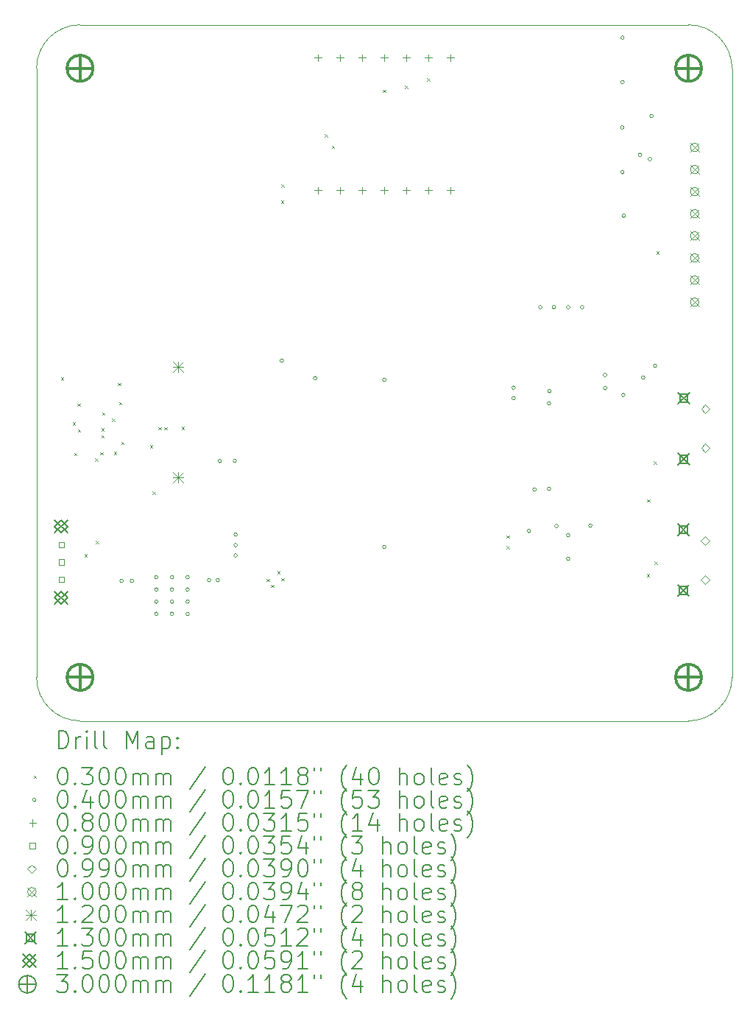
<source format=gbr>
%TF.GenerationSoftware,KiCad,Pcbnew,6.0.10-86aedd382b~118~ubuntu22.04.1*%
%TF.CreationDate,2023-04-18T16:50:04-04:00*%
%TF.ProjectId,firstfpga-clock,66697273-7466-4706-9761-2d636c6f636b,rev?*%
%TF.SameCoordinates,Original*%
%TF.FileFunction,Drillmap*%
%TF.FilePolarity,Positive*%
%FSLAX45Y45*%
G04 Gerber Fmt 4.5, Leading zero omitted, Abs format (unit mm)*
G04 Created by KiCad (PCBNEW 6.0.10-86aedd382b~118~ubuntu22.04.1) date 2023-04-18 16:50:04*
%MOMM*%
%LPD*%
G01*
G04 APERTURE LIST*
%ADD10C,0.100000*%
%ADD11C,0.200000*%
%ADD12C,0.030000*%
%ADD13C,0.040000*%
%ADD14C,0.080000*%
%ADD15C,0.090000*%
%ADD16C,0.099000*%
%ADD17C,0.120000*%
%ADD18C,0.130000*%
%ADD19C,0.150000*%
%ADD20C,0.300000*%
G04 APERTURE END LIST*
D10*
X16000000Y-3500000D02*
G75*
G03*
X15500000Y-4000000I0J-500000D01*
G01*
X23000000Y-11500000D02*
X16000000Y-11500000D01*
X23500000Y-4000000D02*
X23500000Y-11000000D01*
X16000000Y-3500000D02*
X23000000Y-3500000D01*
X15500000Y-4000000D02*
X15500000Y-11000000D01*
X23500000Y-4000000D02*
G75*
G03*
X23000000Y-3500000I-500000J0D01*
G01*
X23000000Y-11500000D02*
G75*
G03*
X23500000Y-11000000I0J500000D01*
G01*
X15500000Y-11000000D02*
G75*
G03*
X16000000Y-11500000I500000J0D01*
G01*
D11*
D12*
X15780000Y-7550000D02*
X15810000Y-7580000D01*
X15810000Y-7550000D02*
X15780000Y-7580000D01*
X15915004Y-8069996D02*
X15945004Y-8099996D01*
X15945004Y-8069996D02*
X15915004Y-8099996D01*
X15933125Y-8421875D02*
X15963125Y-8451875D01*
X15963125Y-8421875D02*
X15933125Y-8451875D01*
X15972500Y-7852500D02*
X16002500Y-7882500D01*
X16002500Y-7852500D02*
X15972500Y-7882500D01*
X15976285Y-8148715D02*
X16006285Y-8178715D01*
X16006285Y-8148715D02*
X15976285Y-8178715D01*
X16050000Y-9585000D02*
X16080000Y-9615000D01*
X16080000Y-9585000D02*
X16050000Y-9615000D01*
X16175000Y-8485000D02*
X16205000Y-8515000D01*
X16205000Y-8485000D02*
X16175000Y-8515000D01*
X16180000Y-9430000D02*
X16210000Y-9460000D01*
X16210000Y-9430000D02*
X16180000Y-9460000D01*
X16235000Y-8410000D02*
X16265000Y-8440000D01*
X16265000Y-8410000D02*
X16235000Y-8440000D01*
X16245000Y-8135000D02*
X16275000Y-8165000D01*
X16275000Y-8135000D02*
X16245000Y-8165000D01*
X16245000Y-8215000D02*
X16275000Y-8245000D01*
X16275000Y-8215000D02*
X16245000Y-8245000D01*
X16255513Y-7954479D02*
X16285513Y-7984479D01*
X16285513Y-7954479D02*
X16255513Y-7984479D01*
X16368261Y-8026748D02*
X16398261Y-8056748D01*
X16398261Y-8026748D02*
X16368261Y-8056748D01*
X16390110Y-8405000D02*
X16420110Y-8435000D01*
X16420110Y-8405000D02*
X16390110Y-8435000D01*
X16435000Y-7616250D02*
X16465000Y-7646250D01*
X16465000Y-7616250D02*
X16435000Y-7646250D01*
X16447500Y-7837500D02*
X16477500Y-7867500D01*
X16477500Y-7837500D02*
X16447500Y-7867500D01*
X16472500Y-8292500D02*
X16502500Y-8322500D01*
X16502500Y-8292500D02*
X16472500Y-8322500D01*
X16802500Y-8330000D02*
X16832500Y-8360000D01*
X16832500Y-8330000D02*
X16802500Y-8360000D01*
X16835000Y-8865000D02*
X16865000Y-8895000D01*
X16865000Y-8865000D02*
X16835000Y-8895000D01*
X16900000Y-8122500D02*
X16930000Y-8152500D01*
X16930000Y-8122500D02*
X16900000Y-8152500D01*
X16970000Y-8122500D02*
X17000000Y-8152500D01*
X17000000Y-8122500D02*
X16970000Y-8152500D01*
X17170000Y-8117610D02*
X17200000Y-8147610D01*
X17200000Y-8117610D02*
X17170000Y-8147610D01*
X18145000Y-9867500D02*
X18175000Y-9897500D01*
X18175000Y-9867500D02*
X18145000Y-9897500D01*
X18195000Y-9935000D02*
X18225000Y-9965000D01*
X18225000Y-9935000D02*
X18195000Y-9965000D01*
X18270000Y-9780000D02*
X18300000Y-9810000D01*
X18300000Y-9780000D02*
X18270000Y-9810000D01*
X18313000Y-5520000D02*
X18343000Y-5550000D01*
X18343000Y-5520000D02*
X18313000Y-5550000D01*
X18314000Y-5336000D02*
X18344000Y-5366000D01*
X18344000Y-5336000D02*
X18314000Y-5366000D01*
X18315004Y-9859996D02*
X18345004Y-9889996D01*
X18345004Y-9859996D02*
X18315004Y-9889996D01*
X18814996Y-4759996D02*
X18844996Y-4789996D01*
X18844996Y-4759996D02*
X18814996Y-4789996D01*
X18895000Y-4887500D02*
X18925000Y-4917500D01*
X18925000Y-4887500D02*
X18895000Y-4917500D01*
X19485000Y-4245000D02*
X19515000Y-4275000D01*
X19515000Y-4245000D02*
X19485000Y-4275000D01*
X19739000Y-4201000D02*
X19769000Y-4231000D01*
X19769000Y-4201000D02*
X19739000Y-4231000D01*
X19993000Y-4116000D02*
X20023000Y-4146000D01*
X20023000Y-4116000D02*
X19993000Y-4146000D01*
X20905000Y-9368890D02*
X20935000Y-9398890D01*
X20935000Y-9368890D02*
X20905000Y-9398890D01*
X20905000Y-9492500D02*
X20935000Y-9522500D01*
X20935000Y-9492500D02*
X20905000Y-9522500D01*
X22520000Y-9815000D02*
X22550000Y-9845000D01*
X22550000Y-9815000D02*
X22520000Y-9845000D01*
X22525000Y-8952500D02*
X22555000Y-8982500D01*
X22555000Y-8952500D02*
X22525000Y-8982500D01*
X22601000Y-8519000D02*
X22631000Y-8549000D01*
X22631000Y-8519000D02*
X22601000Y-8549000D01*
X22607500Y-9670000D02*
X22637500Y-9700000D01*
X22637500Y-9670000D02*
X22607500Y-9700000D01*
X22630000Y-6105000D02*
X22660000Y-6135000D01*
X22660000Y-6105000D02*
X22630000Y-6135000D01*
D13*
X16497500Y-9890000D02*
G75*
G03*
X16497500Y-9890000I-20000J0D01*
G01*
X16617500Y-9890000D02*
G75*
G03*
X16617500Y-9890000I-20000J0D01*
G01*
X16897500Y-9850000D02*
G75*
G03*
X16897500Y-9850000I-20000J0D01*
G01*
X16897500Y-9990000D02*
G75*
G03*
X16897500Y-9990000I-20000J0D01*
G01*
X16897500Y-10130000D02*
G75*
G03*
X16897500Y-10130000I-20000J0D01*
G01*
X16897500Y-10270000D02*
G75*
G03*
X16897500Y-10270000I-20000J0D01*
G01*
X17077500Y-9850000D02*
G75*
G03*
X17077500Y-9850000I-20000J0D01*
G01*
X17077500Y-9990000D02*
G75*
G03*
X17077500Y-9990000I-20000J0D01*
G01*
X17077500Y-10130000D02*
G75*
G03*
X17077500Y-10130000I-20000J0D01*
G01*
X17077500Y-10270000D02*
G75*
G03*
X17077500Y-10270000I-20000J0D01*
G01*
X17257500Y-9850000D02*
G75*
G03*
X17257500Y-9850000I-20000J0D01*
G01*
X17257500Y-9990000D02*
G75*
G03*
X17257500Y-9990000I-20000J0D01*
G01*
X17257500Y-10130000D02*
G75*
G03*
X17257500Y-10130000I-20000J0D01*
G01*
X17257500Y-10270000D02*
G75*
G03*
X17257500Y-10270000I-20000J0D01*
G01*
X17505000Y-9881000D02*
G75*
G03*
X17505000Y-9881000I-20000J0D01*
G01*
X17605000Y-9881000D02*
G75*
G03*
X17605000Y-9881000I-20000J0D01*
G01*
X17629000Y-8514000D02*
G75*
G03*
X17629000Y-8514000I-20000J0D01*
G01*
X17800000Y-8511000D02*
G75*
G03*
X17800000Y-8511000I-20000J0D01*
G01*
X17810000Y-9360000D02*
G75*
G03*
X17810000Y-9360000I-20000J0D01*
G01*
X17810000Y-9480000D02*
G75*
G03*
X17810000Y-9480000I-20000J0D01*
G01*
X17810000Y-9600000D02*
G75*
G03*
X17810000Y-9600000I-20000J0D01*
G01*
X18340000Y-7360000D02*
G75*
G03*
X18340000Y-7360000I-20000J0D01*
G01*
X18725000Y-7560000D02*
G75*
G03*
X18725000Y-7560000I-20000J0D01*
G01*
X19520000Y-7580000D02*
G75*
G03*
X19520000Y-7580000I-20000J0D01*
G01*
X19520000Y-9500000D02*
G75*
G03*
X19520000Y-9500000I-20000J0D01*
G01*
X21007000Y-7792000D02*
G75*
G03*
X21007000Y-7792000I-20000J0D01*
G01*
X21007775Y-7670000D02*
G75*
G03*
X21007775Y-7670000I-20000J0D01*
G01*
X21185000Y-9318750D02*
G75*
G03*
X21185000Y-9318750I-20000J0D01*
G01*
X21247500Y-8840000D02*
G75*
G03*
X21247500Y-8840000I-20000J0D01*
G01*
X21315000Y-6745000D02*
G75*
G03*
X21315000Y-6745000I-20000J0D01*
G01*
X21415000Y-7850000D02*
G75*
G03*
X21415000Y-7850000I-20000J0D01*
G01*
X21415000Y-8835000D02*
G75*
G03*
X21415000Y-8835000I-20000J0D01*
G01*
X21420000Y-7710000D02*
G75*
G03*
X21420000Y-7710000I-20000J0D01*
G01*
X21470000Y-6745000D02*
G75*
G03*
X21470000Y-6745000I-20000J0D01*
G01*
X21500000Y-9260000D02*
G75*
G03*
X21500000Y-9260000I-20000J0D01*
G01*
X21635000Y-6745000D02*
G75*
G03*
X21635000Y-6745000I-20000J0D01*
G01*
X21635000Y-9365000D02*
G75*
G03*
X21635000Y-9365000I-20000J0D01*
G01*
X21635000Y-9635000D02*
G75*
G03*
X21635000Y-9635000I-20000J0D01*
G01*
X21795000Y-6745000D02*
G75*
G03*
X21795000Y-6745000I-20000J0D01*
G01*
X21890000Y-9255000D02*
G75*
G03*
X21890000Y-9255000I-20000J0D01*
G01*
X22058750Y-7525000D02*
G75*
G03*
X22058750Y-7525000I-20000J0D01*
G01*
X22061250Y-7675000D02*
G75*
G03*
X22061250Y-7675000I-20000J0D01*
G01*
X22257500Y-4680000D02*
G75*
G03*
X22257500Y-4680000I-20000J0D01*
G01*
X22260000Y-3647500D02*
G75*
G03*
X22260000Y-3647500I-20000J0D01*
G01*
X22260000Y-4157500D02*
G75*
G03*
X22260000Y-4157500I-20000J0D01*
G01*
X22260000Y-5195000D02*
G75*
G03*
X22260000Y-5195000I-20000J0D01*
G01*
X22270000Y-7755000D02*
G75*
G03*
X22270000Y-7755000I-20000J0D01*
G01*
X22275000Y-5695000D02*
G75*
G03*
X22275000Y-5695000I-20000J0D01*
G01*
X22460000Y-4995000D02*
G75*
G03*
X22460000Y-4995000I-20000J0D01*
G01*
X22497960Y-7554540D02*
G75*
G03*
X22497960Y-7554540I-20000J0D01*
G01*
X22575000Y-5045000D02*
G75*
G03*
X22575000Y-5045000I-20000J0D01*
G01*
X22595000Y-4550000D02*
G75*
G03*
X22595000Y-4550000I-20000J0D01*
G01*
X22635000Y-7418349D02*
G75*
G03*
X22635000Y-7418349I-20000J0D01*
G01*
D14*
X18738000Y-3838000D02*
X18738000Y-3918000D01*
X18698000Y-3878000D02*
X18778000Y-3878000D01*
X18738000Y-5362000D02*
X18738000Y-5442000D01*
X18698000Y-5402000D02*
X18778000Y-5402000D01*
X18992000Y-3838000D02*
X18992000Y-3918000D01*
X18952000Y-3878000D02*
X19032000Y-3878000D01*
X18992000Y-5362000D02*
X18992000Y-5442000D01*
X18952000Y-5402000D02*
X19032000Y-5402000D01*
X19246000Y-3838000D02*
X19246000Y-3918000D01*
X19206000Y-3878000D02*
X19286000Y-3878000D01*
X19246000Y-5362000D02*
X19246000Y-5442000D01*
X19206000Y-5402000D02*
X19286000Y-5402000D01*
X19500000Y-3838000D02*
X19500000Y-3918000D01*
X19460000Y-3878000D02*
X19540000Y-3878000D01*
X19500000Y-5362000D02*
X19500000Y-5442000D01*
X19460000Y-5402000D02*
X19540000Y-5402000D01*
X19754000Y-3838000D02*
X19754000Y-3918000D01*
X19714000Y-3878000D02*
X19794000Y-3878000D01*
X19754000Y-5362000D02*
X19754000Y-5442000D01*
X19714000Y-5402000D02*
X19794000Y-5402000D01*
X20008000Y-3838000D02*
X20008000Y-3918000D01*
X19968000Y-3878000D02*
X20048000Y-3878000D01*
X20008000Y-5362000D02*
X20008000Y-5442000D01*
X19968000Y-5402000D02*
X20048000Y-5402000D01*
X20262000Y-3838000D02*
X20262000Y-3918000D01*
X20222000Y-3878000D02*
X20302000Y-3878000D01*
X20262000Y-5362000D02*
X20262000Y-5442000D01*
X20222000Y-5402000D02*
X20302000Y-5402000D01*
D15*
X15816820Y-9506820D02*
X15816820Y-9443180D01*
X15753180Y-9443180D01*
X15753180Y-9506820D01*
X15816820Y-9506820D01*
X15816820Y-9706820D02*
X15816820Y-9643180D01*
X15753180Y-9643180D01*
X15753180Y-9706820D01*
X15816820Y-9706820D01*
X15816820Y-9906820D02*
X15816820Y-9843180D01*
X15753180Y-9843180D01*
X15753180Y-9906820D01*
X15816820Y-9906820D01*
D16*
X23188750Y-9477000D02*
X23238250Y-9427500D01*
X23188750Y-9378000D01*
X23139250Y-9427500D01*
X23188750Y-9477000D01*
X23188750Y-9927000D02*
X23238250Y-9877500D01*
X23188750Y-9828000D01*
X23139250Y-9877500D01*
X23188750Y-9927000D01*
X23193750Y-7964500D02*
X23243250Y-7915000D01*
X23193750Y-7865500D01*
X23144250Y-7915000D01*
X23193750Y-7964500D01*
X23193750Y-8414500D02*
X23243250Y-8365000D01*
X23193750Y-8315500D01*
X23144250Y-8365000D01*
X23193750Y-8414500D01*
D10*
X23020000Y-4859500D02*
X23120000Y-4959500D01*
X23120000Y-4859500D02*
X23020000Y-4959500D01*
X23120000Y-4909500D02*
G75*
G03*
X23120000Y-4909500I-50000J0D01*
G01*
X23020000Y-5113500D02*
X23120000Y-5213500D01*
X23120000Y-5113500D02*
X23020000Y-5213500D01*
X23120000Y-5163500D02*
G75*
G03*
X23120000Y-5163500I-50000J0D01*
G01*
X23020000Y-5367500D02*
X23120000Y-5467500D01*
X23120000Y-5367500D02*
X23020000Y-5467500D01*
X23120000Y-5417500D02*
G75*
G03*
X23120000Y-5417500I-50000J0D01*
G01*
X23020000Y-5621500D02*
X23120000Y-5721500D01*
X23120000Y-5621500D02*
X23020000Y-5721500D01*
X23120000Y-5671500D02*
G75*
G03*
X23120000Y-5671500I-50000J0D01*
G01*
X23020000Y-5875500D02*
X23120000Y-5975500D01*
X23120000Y-5875500D02*
X23020000Y-5975500D01*
X23120000Y-5925500D02*
G75*
G03*
X23120000Y-5925500I-50000J0D01*
G01*
X23020000Y-6129500D02*
X23120000Y-6229500D01*
X23120000Y-6129500D02*
X23020000Y-6229500D01*
X23120000Y-6179500D02*
G75*
G03*
X23120000Y-6179500I-50000J0D01*
G01*
X23020000Y-6383500D02*
X23120000Y-6483500D01*
X23120000Y-6383500D02*
X23020000Y-6483500D01*
X23120000Y-6433500D02*
G75*
G03*
X23120000Y-6433500I-50000J0D01*
G01*
X23020000Y-6637500D02*
X23120000Y-6737500D01*
X23120000Y-6637500D02*
X23020000Y-6737500D01*
X23120000Y-6687500D02*
G75*
G03*
X23120000Y-6687500I-50000J0D01*
G01*
D17*
X17068000Y-7370000D02*
X17188000Y-7490000D01*
X17188000Y-7370000D02*
X17068000Y-7490000D01*
X17128000Y-7370000D02*
X17128000Y-7490000D01*
X17068000Y-7430000D02*
X17188000Y-7430000D01*
X17068000Y-8640000D02*
X17188000Y-8760000D01*
X17188000Y-8640000D02*
X17068000Y-8760000D01*
X17128000Y-8640000D02*
X17128000Y-8760000D01*
X17068000Y-8700000D02*
X17188000Y-8700000D01*
D18*
X22874750Y-9237500D02*
X23004750Y-9367500D01*
X23004750Y-9237500D02*
X22874750Y-9367500D01*
X22985712Y-9348462D02*
X22985712Y-9256538D01*
X22893788Y-9256538D01*
X22893788Y-9348462D01*
X22985712Y-9348462D01*
X22874750Y-9938500D02*
X23004750Y-10068500D01*
X23004750Y-9938500D02*
X22874750Y-10068500D01*
X22985712Y-10049462D02*
X22985712Y-9957538D01*
X22893788Y-9957538D01*
X22893788Y-10049462D01*
X22985712Y-10049462D01*
X22879750Y-7725000D02*
X23009750Y-7855000D01*
X23009750Y-7725000D02*
X22879750Y-7855000D01*
X22990712Y-7835962D02*
X22990712Y-7744038D01*
X22898788Y-7744038D01*
X22898788Y-7835962D01*
X22990712Y-7835962D01*
X22879750Y-8426000D02*
X23009750Y-8556000D01*
X23009750Y-8426000D02*
X22879750Y-8556000D01*
X22990712Y-8536962D02*
X22990712Y-8445038D01*
X22898788Y-8445038D01*
X22898788Y-8536962D01*
X22990712Y-8536962D01*
D19*
X15710000Y-9190000D02*
X15860000Y-9340000D01*
X15860000Y-9190000D02*
X15710000Y-9340000D01*
X15785000Y-9340000D02*
X15860000Y-9265000D01*
X15785000Y-9190000D01*
X15710000Y-9265000D01*
X15785000Y-9340000D01*
X15710000Y-10010000D02*
X15860000Y-10160000D01*
X15860000Y-10010000D02*
X15710000Y-10160000D01*
X15785000Y-10160000D02*
X15860000Y-10085000D01*
X15785000Y-10010000D01*
X15710000Y-10085000D01*
X15785000Y-10160000D01*
D20*
X16000000Y-3850000D02*
X16000000Y-4150000D01*
X15850000Y-4000000D02*
X16150000Y-4000000D01*
X16150000Y-4000000D02*
G75*
G03*
X16150000Y-4000000I-150000J0D01*
G01*
X16000000Y-10850000D02*
X16000000Y-11150000D01*
X15850000Y-11000000D02*
X16150000Y-11000000D01*
X16150000Y-11000000D02*
G75*
G03*
X16150000Y-11000000I-150000J0D01*
G01*
X23000000Y-3850000D02*
X23000000Y-4150000D01*
X22850000Y-4000000D02*
X23150000Y-4000000D01*
X23150000Y-4000000D02*
G75*
G03*
X23150000Y-4000000I-150000J0D01*
G01*
X23000000Y-10850000D02*
X23000000Y-11150000D01*
X22850000Y-11000000D02*
X23150000Y-11000000D01*
X23150000Y-11000000D02*
G75*
G03*
X23150000Y-11000000I-150000J0D01*
G01*
D11*
X15752619Y-11815476D02*
X15752619Y-11615476D01*
X15800238Y-11615476D01*
X15828809Y-11625000D01*
X15847857Y-11644048D01*
X15857381Y-11663095D01*
X15866905Y-11701190D01*
X15866905Y-11729762D01*
X15857381Y-11767857D01*
X15847857Y-11786905D01*
X15828809Y-11805952D01*
X15800238Y-11815476D01*
X15752619Y-11815476D01*
X15952619Y-11815476D02*
X15952619Y-11682143D01*
X15952619Y-11720238D02*
X15962143Y-11701190D01*
X15971667Y-11691667D01*
X15990714Y-11682143D01*
X16009762Y-11682143D01*
X16076428Y-11815476D02*
X16076428Y-11682143D01*
X16076428Y-11615476D02*
X16066905Y-11625000D01*
X16076428Y-11634524D01*
X16085952Y-11625000D01*
X16076428Y-11615476D01*
X16076428Y-11634524D01*
X16200238Y-11815476D02*
X16181190Y-11805952D01*
X16171667Y-11786905D01*
X16171667Y-11615476D01*
X16305000Y-11815476D02*
X16285952Y-11805952D01*
X16276428Y-11786905D01*
X16276428Y-11615476D01*
X16533571Y-11815476D02*
X16533571Y-11615476D01*
X16600238Y-11758333D01*
X16666905Y-11615476D01*
X16666905Y-11815476D01*
X16847857Y-11815476D02*
X16847857Y-11710714D01*
X16838333Y-11691667D01*
X16819286Y-11682143D01*
X16781190Y-11682143D01*
X16762143Y-11691667D01*
X16847857Y-11805952D02*
X16828810Y-11815476D01*
X16781190Y-11815476D01*
X16762143Y-11805952D01*
X16752619Y-11786905D01*
X16752619Y-11767857D01*
X16762143Y-11748809D01*
X16781190Y-11739286D01*
X16828810Y-11739286D01*
X16847857Y-11729762D01*
X16943095Y-11682143D02*
X16943095Y-11882143D01*
X16943095Y-11691667D02*
X16962143Y-11682143D01*
X17000238Y-11682143D01*
X17019286Y-11691667D01*
X17028810Y-11701190D01*
X17038333Y-11720238D01*
X17038333Y-11777381D01*
X17028810Y-11796428D01*
X17019286Y-11805952D01*
X17000238Y-11815476D01*
X16962143Y-11815476D01*
X16943095Y-11805952D01*
X17124048Y-11796428D02*
X17133571Y-11805952D01*
X17124048Y-11815476D01*
X17114524Y-11805952D01*
X17124048Y-11796428D01*
X17124048Y-11815476D01*
X17124048Y-11691667D02*
X17133571Y-11701190D01*
X17124048Y-11710714D01*
X17114524Y-11701190D01*
X17124048Y-11691667D01*
X17124048Y-11710714D01*
D12*
X15465000Y-12130000D02*
X15495000Y-12160000D01*
X15495000Y-12130000D02*
X15465000Y-12160000D01*
D11*
X15790714Y-12035476D02*
X15809762Y-12035476D01*
X15828809Y-12045000D01*
X15838333Y-12054524D01*
X15847857Y-12073571D01*
X15857381Y-12111667D01*
X15857381Y-12159286D01*
X15847857Y-12197381D01*
X15838333Y-12216428D01*
X15828809Y-12225952D01*
X15809762Y-12235476D01*
X15790714Y-12235476D01*
X15771667Y-12225952D01*
X15762143Y-12216428D01*
X15752619Y-12197381D01*
X15743095Y-12159286D01*
X15743095Y-12111667D01*
X15752619Y-12073571D01*
X15762143Y-12054524D01*
X15771667Y-12045000D01*
X15790714Y-12035476D01*
X15943095Y-12216428D02*
X15952619Y-12225952D01*
X15943095Y-12235476D01*
X15933571Y-12225952D01*
X15943095Y-12216428D01*
X15943095Y-12235476D01*
X16019286Y-12035476D02*
X16143095Y-12035476D01*
X16076428Y-12111667D01*
X16105000Y-12111667D01*
X16124048Y-12121190D01*
X16133571Y-12130714D01*
X16143095Y-12149762D01*
X16143095Y-12197381D01*
X16133571Y-12216428D01*
X16124048Y-12225952D01*
X16105000Y-12235476D01*
X16047857Y-12235476D01*
X16028809Y-12225952D01*
X16019286Y-12216428D01*
X16266905Y-12035476D02*
X16285952Y-12035476D01*
X16305000Y-12045000D01*
X16314524Y-12054524D01*
X16324048Y-12073571D01*
X16333571Y-12111667D01*
X16333571Y-12159286D01*
X16324048Y-12197381D01*
X16314524Y-12216428D01*
X16305000Y-12225952D01*
X16285952Y-12235476D01*
X16266905Y-12235476D01*
X16247857Y-12225952D01*
X16238333Y-12216428D01*
X16228809Y-12197381D01*
X16219286Y-12159286D01*
X16219286Y-12111667D01*
X16228809Y-12073571D01*
X16238333Y-12054524D01*
X16247857Y-12045000D01*
X16266905Y-12035476D01*
X16457381Y-12035476D02*
X16476428Y-12035476D01*
X16495476Y-12045000D01*
X16505000Y-12054524D01*
X16514524Y-12073571D01*
X16524048Y-12111667D01*
X16524048Y-12159286D01*
X16514524Y-12197381D01*
X16505000Y-12216428D01*
X16495476Y-12225952D01*
X16476428Y-12235476D01*
X16457381Y-12235476D01*
X16438333Y-12225952D01*
X16428809Y-12216428D01*
X16419286Y-12197381D01*
X16409762Y-12159286D01*
X16409762Y-12111667D01*
X16419286Y-12073571D01*
X16428809Y-12054524D01*
X16438333Y-12045000D01*
X16457381Y-12035476D01*
X16609762Y-12235476D02*
X16609762Y-12102143D01*
X16609762Y-12121190D02*
X16619286Y-12111667D01*
X16638333Y-12102143D01*
X16666905Y-12102143D01*
X16685952Y-12111667D01*
X16695476Y-12130714D01*
X16695476Y-12235476D01*
X16695476Y-12130714D02*
X16705000Y-12111667D01*
X16724048Y-12102143D01*
X16752619Y-12102143D01*
X16771667Y-12111667D01*
X16781190Y-12130714D01*
X16781190Y-12235476D01*
X16876429Y-12235476D02*
X16876429Y-12102143D01*
X16876429Y-12121190D02*
X16885952Y-12111667D01*
X16905000Y-12102143D01*
X16933571Y-12102143D01*
X16952619Y-12111667D01*
X16962143Y-12130714D01*
X16962143Y-12235476D01*
X16962143Y-12130714D02*
X16971667Y-12111667D01*
X16990714Y-12102143D01*
X17019286Y-12102143D01*
X17038333Y-12111667D01*
X17047857Y-12130714D01*
X17047857Y-12235476D01*
X17438333Y-12025952D02*
X17266905Y-12283095D01*
X17695476Y-12035476D02*
X17714524Y-12035476D01*
X17733571Y-12045000D01*
X17743095Y-12054524D01*
X17752619Y-12073571D01*
X17762143Y-12111667D01*
X17762143Y-12159286D01*
X17752619Y-12197381D01*
X17743095Y-12216428D01*
X17733571Y-12225952D01*
X17714524Y-12235476D01*
X17695476Y-12235476D01*
X17676429Y-12225952D01*
X17666905Y-12216428D01*
X17657381Y-12197381D01*
X17647857Y-12159286D01*
X17647857Y-12111667D01*
X17657381Y-12073571D01*
X17666905Y-12054524D01*
X17676429Y-12045000D01*
X17695476Y-12035476D01*
X17847857Y-12216428D02*
X17857381Y-12225952D01*
X17847857Y-12235476D01*
X17838333Y-12225952D01*
X17847857Y-12216428D01*
X17847857Y-12235476D01*
X17981190Y-12035476D02*
X18000238Y-12035476D01*
X18019286Y-12045000D01*
X18028810Y-12054524D01*
X18038333Y-12073571D01*
X18047857Y-12111667D01*
X18047857Y-12159286D01*
X18038333Y-12197381D01*
X18028810Y-12216428D01*
X18019286Y-12225952D01*
X18000238Y-12235476D01*
X17981190Y-12235476D01*
X17962143Y-12225952D01*
X17952619Y-12216428D01*
X17943095Y-12197381D01*
X17933571Y-12159286D01*
X17933571Y-12111667D01*
X17943095Y-12073571D01*
X17952619Y-12054524D01*
X17962143Y-12045000D01*
X17981190Y-12035476D01*
X18238333Y-12235476D02*
X18124048Y-12235476D01*
X18181190Y-12235476D02*
X18181190Y-12035476D01*
X18162143Y-12064048D01*
X18143095Y-12083095D01*
X18124048Y-12092619D01*
X18428810Y-12235476D02*
X18314524Y-12235476D01*
X18371667Y-12235476D02*
X18371667Y-12035476D01*
X18352619Y-12064048D01*
X18333571Y-12083095D01*
X18314524Y-12092619D01*
X18543095Y-12121190D02*
X18524048Y-12111667D01*
X18514524Y-12102143D01*
X18505000Y-12083095D01*
X18505000Y-12073571D01*
X18514524Y-12054524D01*
X18524048Y-12045000D01*
X18543095Y-12035476D01*
X18581190Y-12035476D01*
X18600238Y-12045000D01*
X18609762Y-12054524D01*
X18619286Y-12073571D01*
X18619286Y-12083095D01*
X18609762Y-12102143D01*
X18600238Y-12111667D01*
X18581190Y-12121190D01*
X18543095Y-12121190D01*
X18524048Y-12130714D01*
X18514524Y-12140238D01*
X18505000Y-12159286D01*
X18505000Y-12197381D01*
X18514524Y-12216428D01*
X18524048Y-12225952D01*
X18543095Y-12235476D01*
X18581190Y-12235476D01*
X18600238Y-12225952D01*
X18609762Y-12216428D01*
X18619286Y-12197381D01*
X18619286Y-12159286D01*
X18609762Y-12140238D01*
X18600238Y-12130714D01*
X18581190Y-12121190D01*
X18695476Y-12035476D02*
X18695476Y-12073571D01*
X18771667Y-12035476D02*
X18771667Y-12073571D01*
X19066905Y-12311667D02*
X19057381Y-12302143D01*
X19038333Y-12273571D01*
X19028810Y-12254524D01*
X19019286Y-12225952D01*
X19009762Y-12178333D01*
X19009762Y-12140238D01*
X19019286Y-12092619D01*
X19028810Y-12064048D01*
X19038333Y-12045000D01*
X19057381Y-12016428D01*
X19066905Y-12006905D01*
X19228810Y-12102143D02*
X19228810Y-12235476D01*
X19181190Y-12025952D02*
X19133571Y-12168809D01*
X19257381Y-12168809D01*
X19371667Y-12035476D02*
X19390714Y-12035476D01*
X19409762Y-12045000D01*
X19419286Y-12054524D01*
X19428810Y-12073571D01*
X19438333Y-12111667D01*
X19438333Y-12159286D01*
X19428810Y-12197381D01*
X19419286Y-12216428D01*
X19409762Y-12225952D01*
X19390714Y-12235476D01*
X19371667Y-12235476D01*
X19352619Y-12225952D01*
X19343095Y-12216428D01*
X19333571Y-12197381D01*
X19324048Y-12159286D01*
X19324048Y-12111667D01*
X19333571Y-12073571D01*
X19343095Y-12054524D01*
X19352619Y-12045000D01*
X19371667Y-12035476D01*
X19676429Y-12235476D02*
X19676429Y-12035476D01*
X19762143Y-12235476D02*
X19762143Y-12130714D01*
X19752619Y-12111667D01*
X19733571Y-12102143D01*
X19705000Y-12102143D01*
X19685952Y-12111667D01*
X19676429Y-12121190D01*
X19885952Y-12235476D02*
X19866905Y-12225952D01*
X19857381Y-12216428D01*
X19847857Y-12197381D01*
X19847857Y-12140238D01*
X19857381Y-12121190D01*
X19866905Y-12111667D01*
X19885952Y-12102143D01*
X19914524Y-12102143D01*
X19933571Y-12111667D01*
X19943095Y-12121190D01*
X19952619Y-12140238D01*
X19952619Y-12197381D01*
X19943095Y-12216428D01*
X19933571Y-12225952D01*
X19914524Y-12235476D01*
X19885952Y-12235476D01*
X20066905Y-12235476D02*
X20047857Y-12225952D01*
X20038333Y-12206905D01*
X20038333Y-12035476D01*
X20219286Y-12225952D02*
X20200238Y-12235476D01*
X20162143Y-12235476D01*
X20143095Y-12225952D01*
X20133571Y-12206905D01*
X20133571Y-12130714D01*
X20143095Y-12111667D01*
X20162143Y-12102143D01*
X20200238Y-12102143D01*
X20219286Y-12111667D01*
X20228810Y-12130714D01*
X20228810Y-12149762D01*
X20133571Y-12168809D01*
X20305000Y-12225952D02*
X20324048Y-12235476D01*
X20362143Y-12235476D01*
X20381190Y-12225952D01*
X20390714Y-12206905D01*
X20390714Y-12197381D01*
X20381190Y-12178333D01*
X20362143Y-12168809D01*
X20333571Y-12168809D01*
X20314524Y-12159286D01*
X20305000Y-12140238D01*
X20305000Y-12130714D01*
X20314524Y-12111667D01*
X20333571Y-12102143D01*
X20362143Y-12102143D01*
X20381190Y-12111667D01*
X20457381Y-12311667D02*
X20466905Y-12302143D01*
X20485952Y-12273571D01*
X20495476Y-12254524D01*
X20505000Y-12225952D01*
X20514524Y-12178333D01*
X20514524Y-12140238D01*
X20505000Y-12092619D01*
X20495476Y-12064048D01*
X20485952Y-12045000D01*
X20466905Y-12016428D01*
X20457381Y-12006905D01*
D13*
X15495000Y-12409000D02*
G75*
G03*
X15495000Y-12409000I-20000J0D01*
G01*
D11*
X15790714Y-12299476D02*
X15809762Y-12299476D01*
X15828809Y-12309000D01*
X15838333Y-12318524D01*
X15847857Y-12337571D01*
X15857381Y-12375667D01*
X15857381Y-12423286D01*
X15847857Y-12461381D01*
X15838333Y-12480428D01*
X15828809Y-12489952D01*
X15809762Y-12499476D01*
X15790714Y-12499476D01*
X15771667Y-12489952D01*
X15762143Y-12480428D01*
X15752619Y-12461381D01*
X15743095Y-12423286D01*
X15743095Y-12375667D01*
X15752619Y-12337571D01*
X15762143Y-12318524D01*
X15771667Y-12309000D01*
X15790714Y-12299476D01*
X15943095Y-12480428D02*
X15952619Y-12489952D01*
X15943095Y-12499476D01*
X15933571Y-12489952D01*
X15943095Y-12480428D01*
X15943095Y-12499476D01*
X16124048Y-12366143D02*
X16124048Y-12499476D01*
X16076428Y-12289952D02*
X16028809Y-12432809D01*
X16152619Y-12432809D01*
X16266905Y-12299476D02*
X16285952Y-12299476D01*
X16305000Y-12309000D01*
X16314524Y-12318524D01*
X16324048Y-12337571D01*
X16333571Y-12375667D01*
X16333571Y-12423286D01*
X16324048Y-12461381D01*
X16314524Y-12480428D01*
X16305000Y-12489952D01*
X16285952Y-12499476D01*
X16266905Y-12499476D01*
X16247857Y-12489952D01*
X16238333Y-12480428D01*
X16228809Y-12461381D01*
X16219286Y-12423286D01*
X16219286Y-12375667D01*
X16228809Y-12337571D01*
X16238333Y-12318524D01*
X16247857Y-12309000D01*
X16266905Y-12299476D01*
X16457381Y-12299476D02*
X16476428Y-12299476D01*
X16495476Y-12309000D01*
X16505000Y-12318524D01*
X16514524Y-12337571D01*
X16524048Y-12375667D01*
X16524048Y-12423286D01*
X16514524Y-12461381D01*
X16505000Y-12480428D01*
X16495476Y-12489952D01*
X16476428Y-12499476D01*
X16457381Y-12499476D01*
X16438333Y-12489952D01*
X16428809Y-12480428D01*
X16419286Y-12461381D01*
X16409762Y-12423286D01*
X16409762Y-12375667D01*
X16419286Y-12337571D01*
X16428809Y-12318524D01*
X16438333Y-12309000D01*
X16457381Y-12299476D01*
X16609762Y-12499476D02*
X16609762Y-12366143D01*
X16609762Y-12385190D02*
X16619286Y-12375667D01*
X16638333Y-12366143D01*
X16666905Y-12366143D01*
X16685952Y-12375667D01*
X16695476Y-12394714D01*
X16695476Y-12499476D01*
X16695476Y-12394714D02*
X16705000Y-12375667D01*
X16724048Y-12366143D01*
X16752619Y-12366143D01*
X16771667Y-12375667D01*
X16781190Y-12394714D01*
X16781190Y-12499476D01*
X16876429Y-12499476D02*
X16876429Y-12366143D01*
X16876429Y-12385190D02*
X16885952Y-12375667D01*
X16905000Y-12366143D01*
X16933571Y-12366143D01*
X16952619Y-12375667D01*
X16962143Y-12394714D01*
X16962143Y-12499476D01*
X16962143Y-12394714D02*
X16971667Y-12375667D01*
X16990714Y-12366143D01*
X17019286Y-12366143D01*
X17038333Y-12375667D01*
X17047857Y-12394714D01*
X17047857Y-12499476D01*
X17438333Y-12289952D02*
X17266905Y-12547095D01*
X17695476Y-12299476D02*
X17714524Y-12299476D01*
X17733571Y-12309000D01*
X17743095Y-12318524D01*
X17752619Y-12337571D01*
X17762143Y-12375667D01*
X17762143Y-12423286D01*
X17752619Y-12461381D01*
X17743095Y-12480428D01*
X17733571Y-12489952D01*
X17714524Y-12499476D01*
X17695476Y-12499476D01*
X17676429Y-12489952D01*
X17666905Y-12480428D01*
X17657381Y-12461381D01*
X17647857Y-12423286D01*
X17647857Y-12375667D01*
X17657381Y-12337571D01*
X17666905Y-12318524D01*
X17676429Y-12309000D01*
X17695476Y-12299476D01*
X17847857Y-12480428D02*
X17857381Y-12489952D01*
X17847857Y-12499476D01*
X17838333Y-12489952D01*
X17847857Y-12480428D01*
X17847857Y-12499476D01*
X17981190Y-12299476D02*
X18000238Y-12299476D01*
X18019286Y-12309000D01*
X18028810Y-12318524D01*
X18038333Y-12337571D01*
X18047857Y-12375667D01*
X18047857Y-12423286D01*
X18038333Y-12461381D01*
X18028810Y-12480428D01*
X18019286Y-12489952D01*
X18000238Y-12499476D01*
X17981190Y-12499476D01*
X17962143Y-12489952D01*
X17952619Y-12480428D01*
X17943095Y-12461381D01*
X17933571Y-12423286D01*
X17933571Y-12375667D01*
X17943095Y-12337571D01*
X17952619Y-12318524D01*
X17962143Y-12309000D01*
X17981190Y-12299476D01*
X18238333Y-12499476D02*
X18124048Y-12499476D01*
X18181190Y-12499476D02*
X18181190Y-12299476D01*
X18162143Y-12328048D01*
X18143095Y-12347095D01*
X18124048Y-12356619D01*
X18419286Y-12299476D02*
X18324048Y-12299476D01*
X18314524Y-12394714D01*
X18324048Y-12385190D01*
X18343095Y-12375667D01*
X18390714Y-12375667D01*
X18409762Y-12385190D01*
X18419286Y-12394714D01*
X18428810Y-12413762D01*
X18428810Y-12461381D01*
X18419286Y-12480428D01*
X18409762Y-12489952D01*
X18390714Y-12499476D01*
X18343095Y-12499476D01*
X18324048Y-12489952D01*
X18314524Y-12480428D01*
X18495476Y-12299476D02*
X18628810Y-12299476D01*
X18543095Y-12499476D01*
X18695476Y-12299476D02*
X18695476Y-12337571D01*
X18771667Y-12299476D02*
X18771667Y-12337571D01*
X19066905Y-12575667D02*
X19057381Y-12566143D01*
X19038333Y-12537571D01*
X19028810Y-12518524D01*
X19019286Y-12489952D01*
X19009762Y-12442333D01*
X19009762Y-12404238D01*
X19019286Y-12356619D01*
X19028810Y-12328048D01*
X19038333Y-12309000D01*
X19057381Y-12280428D01*
X19066905Y-12270905D01*
X19238333Y-12299476D02*
X19143095Y-12299476D01*
X19133571Y-12394714D01*
X19143095Y-12385190D01*
X19162143Y-12375667D01*
X19209762Y-12375667D01*
X19228810Y-12385190D01*
X19238333Y-12394714D01*
X19247857Y-12413762D01*
X19247857Y-12461381D01*
X19238333Y-12480428D01*
X19228810Y-12489952D01*
X19209762Y-12499476D01*
X19162143Y-12499476D01*
X19143095Y-12489952D01*
X19133571Y-12480428D01*
X19314524Y-12299476D02*
X19438333Y-12299476D01*
X19371667Y-12375667D01*
X19400238Y-12375667D01*
X19419286Y-12385190D01*
X19428810Y-12394714D01*
X19438333Y-12413762D01*
X19438333Y-12461381D01*
X19428810Y-12480428D01*
X19419286Y-12489952D01*
X19400238Y-12499476D01*
X19343095Y-12499476D01*
X19324048Y-12489952D01*
X19314524Y-12480428D01*
X19676429Y-12499476D02*
X19676429Y-12299476D01*
X19762143Y-12499476D02*
X19762143Y-12394714D01*
X19752619Y-12375667D01*
X19733571Y-12366143D01*
X19705000Y-12366143D01*
X19685952Y-12375667D01*
X19676429Y-12385190D01*
X19885952Y-12499476D02*
X19866905Y-12489952D01*
X19857381Y-12480428D01*
X19847857Y-12461381D01*
X19847857Y-12404238D01*
X19857381Y-12385190D01*
X19866905Y-12375667D01*
X19885952Y-12366143D01*
X19914524Y-12366143D01*
X19933571Y-12375667D01*
X19943095Y-12385190D01*
X19952619Y-12404238D01*
X19952619Y-12461381D01*
X19943095Y-12480428D01*
X19933571Y-12489952D01*
X19914524Y-12499476D01*
X19885952Y-12499476D01*
X20066905Y-12499476D02*
X20047857Y-12489952D01*
X20038333Y-12470905D01*
X20038333Y-12299476D01*
X20219286Y-12489952D02*
X20200238Y-12499476D01*
X20162143Y-12499476D01*
X20143095Y-12489952D01*
X20133571Y-12470905D01*
X20133571Y-12394714D01*
X20143095Y-12375667D01*
X20162143Y-12366143D01*
X20200238Y-12366143D01*
X20219286Y-12375667D01*
X20228810Y-12394714D01*
X20228810Y-12413762D01*
X20133571Y-12432809D01*
X20305000Y-12489952D02*
X20324048Y-12499476D01*
X20362143Y-12499476D01*
X20381190Y-12489952D01*
X20390714Y-12470905D01*
X20390714Y-12461381D01*
X20381190Y-12442333D01*
X20362143Y-12432809D01*
X20333571Y-12432809D01*
X20314524Y-12423286D01*
X20305000Y-12404238D01*
X20305000Y-12394714D01*
X20314524Y-12375667D01*
X20333571Y-12366143D01*
X20362143Y-12366143D01*
X20381190Y-12375667D01*
X20457381Y-12575667D02*
X20466905Y-12566143D01*
X20485952Y-12537571D01*
X20495476Y-12518524D01*
X20505000Y-12489952D01*
X20514524Y-12442333D01*
X20514524Y-12404238D01*
X20505000Y-12356619D01*
X20495476Y-12328048D01*
X20485952Y-12309000D01*
X20466905Y-12280428D01*
X20457381Y-12270905D01*
D14*
X15455000Y-12633000D02*
X15455000Y-12713000D01*
X15415000Y-12673000D02*
X15495000Y-12673000D01*
D11*
X15790714Y-12563476D02*
X15809762Y-12563476D01*
X15828809Y-12573000D01*
X15838333Y-12582524D01*
X15847857Y-12601571D01*
X15857381Y-12639667D01*
X15857381Y-12687286D01*
X15847857Y-12725381D01*
X15838333Y-12744428D01*
X15828809Y-12753952D01*
X15809762Y-12763476D01*
X15790714Y-12763476D01*
X15771667Y-12753952D01*
X15762143Y-12744428D01*
X15752619Y-12725381D01*
X15743095Y-12687286D01*
X15743095Y-12639667D01*
X15752619Y-12601571D01*
X15762143Y-12582524D01*
X15771667Y-12573000D01*
X15790714Y-12563476D01*
X15943095Y-12744428D02*
X15952619Y-12753952D01*
X15943095Y-12763476D01*
X15933571Y-12753952D01*
X15943095Y-12744428D01*
X15943095Y-12763476D01*
X16066905Y-12649190D02*
X16047857Y-12639667D01*
X16038333Y-12630143D01*
X16028809Y-12611095D01*
X16028809Y-12601571D01*
X16038333Y-12582524D01*
X16047857Y-12573000D01*
X16066905Y-12563476D01*
X16105000Y-12563476D01*
X16124048Y-12573000D01*
X16133571Y-12582524D01*
X16143095Y-12601571D01*
X16143095Y-12611095D01*
X16133571Y-12630143D01*
X16124048Y-12639667D01*
X16105000Y-12649190D01*
X16066905Y-12649190D01*
X16047857Y-12658714D01*
X16038333Y-12668238D01*
X16028809Y-12687286D01*
X16028809Y-12725381D01*
X16038333Y-12744428D01*
X16047857Y-12753952D01*
X16066905Y-12763476D01*
X16105000Y-12763476D01*
X16124048Y-12753952D01*
X16133571Y-12744428D01*
X16143095Y-12725381D01*
X16143095Y-12687286D01*
X16133571Y-12668238D01*
X16124048Y-12658714D01*
X16105000Y-12649190D01*
X16266905Y-12563476D02*
X16285952Y-12563476D01*
X16305000Y-12573000D01*
X16314524Y-12582524D01*
X16324048Y-12601571D01*
X16333571Y-12639667D01*
X16333571Y-12687286D01*
X16324048Y-12725381D01*
X16314524Y-12744428D01*
X16305000Y-12753952D01*
X16285952Y-12763476D01*
X16266905Y-12763476D01*
X16247857Y-12753952D01*
X16238333Y-12744428D01*
X16228809Y-12725381D01*
X16219286Y-12687286D01*
X16219286Y-12639667D01*
X16228809Y-12601571D01*
X16238333Y-12582524D01*
X16247857Y-12573000D01*
X16266905Y-12563476D01*
X16457381Y-12563476D02*
X16476428Y-12563476D01*
X16495476Y-12573000D01*
X16505000Y-12582524D01*
X16514524Y-12601571D01*
X16524048Y-12639667D01*
X16524048Y-12687286D01*
X16514524Y-12725381D01*
X16505000Y-12744428D01*
X16495476Y-12753952D01*
X16476428Y-12763476D01*
X16457381Y-12763476D01*
X16438333Y-12753952D01*
X16428809Y-12744428D01*
X16419286Y-12725381D01*
X16409762Y-12687286D01*
X16409762Y-12639667D01*
X16419286Y-12601571D01*
X16428809Y-12582524D01*
X16438333Y-12573000D01*
X16457381Y-12563476D01*
X16609762Y-12763476D02*
X16609762Y-12630143D01*
X16609762Y-12649190D02*
X16619286Y-12639667D01*
X16638333Y-12630143D01*
X16666905Y-12630143D01*
X16685952Y-12639667D01*
X16695476Y-12658714D01*
X16695476Y-12763476D01*
X16695476Y-12658714D02*
X16705000Y-12639667D01*
X16724048Y-12630143D01*
X16752619Y-12630143D01*
X16771667Y-12639667D01*
X16781190Y-12658714D01*
X16781190Y-12763476D01*
X16876429Y-12763476D02*
X16876429Y-12630143D01*
X16876429Y-12649190D02*
X16885952Y-12639667D01*
X16905000Y-12630143D01*
X16933571Y-12630143D01*
X16952619Y-12639667D01*
X16962143Y-12658714D01*
X16962143Y-12763476D01*
X16962143Y-12658714D02*
X16971667Y-12639667D01*
X16990714Y-12630143D01*
X17019286Y-12630143D01*
X17038333Y-12639667D01*
X17047857Y-12658714D01*
X17047857Y-12763476D01*
X17438333Y-12553952D02*
X17266905Y-12811095D01*
X17695476Y-12563476D02*
X17714524Y-12563476D01*
X17733571Y-12573000D01*
X17743095Y-12582524D01*
X17752619Y-12601571D01*
X17762143Y-12639667D01*
X17762143Y-12687286D01*
X17752619Y-12725381D01*
X17743095Y-12744428D01*
X17733571Y-12753952D01*
X17714524Y-12763476D01*
X17695476Y-12763476D01*
X17676429Y-12753952D01*
X17666905Y-12744428D01*
X17657381Y-12725381D01*
X17647857Y-12687286D01*
X17647857Y-12639667D01*
X17657381Y-12601571D01*
X17666905Y-12582524D01*
X17676429Y-12573000D01*
X17695476Y-12563476D01*
X17847857Y-12744428D02*
X17857381Y-12753952D01*
X17847857Y-12763476D01*
X17838333Y-12753952D01*
X17847857Y-12744428D01*
X17847857Y-12763476D01*
X17981190Y-12563476D02*
X18000238Y-12563476D01*
X18019286Y-12573000D01*
X18028810Y-12582524D01*
X18038333Y-12601571D01*
X18047857Y-12639667D01*
X18047857Y-12687286D01*
X18038333Y-12725381D01*
X18028810Y-12744428D01*
X18019286Y-12753952D01*
X18000238Y-12763476D01*
X17981190Y-12763476D01*
X17962143Y-12753952D01*
X17952619Y-12744428D01*
X17943095Y-12725381D01*
X17933571Y-12687286D01*
X17933571Y-12639667D01*
X17943095Y-12601571D01*
X17952619Y-12582524D01*
X17962143Y-12573000D01*
X17981190Y-12563476D01*
X18114524Y-12563476D02*
X18238333Y-12563476D01*
X18171667Y-12639667D01*
X18200238Y-12639667D01*
X18219286Y-12649190D01*
X18228810Y-12658714D01*
X18238333Y-12677762D01*
X18238333Y-12725381D01*
X18228810Y-12744428D01*
X18219286Y-12753952D01*
X18200238Y-12763476D01*
X18143095Y-12763476D01*
X18124048Y-12753952D01*
X18114524Y-12744428D01*
X18428810Y-12763476D02*
X18314524Y-12763476D01*
X18371667Y-12763476D02*
X18371667Y-12563476D01*
X18352619Y-12592048D01*
X18333571Y-12611095D01*
X18314524Y-12620619D01*
X18609762Y-12563476D02*
X18514524Y-12563476D01*
X18505000Y-12658714D01*
X18514524Y-12649190D01*
X18533571Y-12639667D01*
X18581190Y-12639667D01*
X18600238Y-12649190D01*
X18609762Y-12658714D01*
X18619286Y-12677762D01*
X18619286Y-12725381D01*
X18609762Y-12744428D01*
X18600238Y-12753952D01*
X18581190Y-12763476D01*
X18533571Y-12763476D01*
X18514524Y-12753952D01*
X18505000Y-12744428D01*
X18695476Y-12563476D02*
X18695476Y-12601571D01*
X18771667Y-12563476D02*
X18771667Y-12601571D01*
X19066905Y-12839667D02*
X19057381Y-12830143D01*
X19038333Y-12801571D01*
X19028810Y-12782524D01*
X19019286Y-12753952D01*
X19009762Y-12706333D01*
X19009762Y-12668238D01*
X19019286Y-12620619D01*
X19028810Y-12592048D01*
X19038333Y-12573000D01*
X19057381Y-12544428D01*
X19066905Y-12534905D01*
X19247857Y-12763476D02*
X19133571Y-12763476D01*
X19190714Y-12763476D02*
X19190714Y-12563476D01*
X19171667Y-12592048D01*
X19152619Y-12611095D01*
X19133571Y-12620619D01*
X19419286Y-12630143D02*
X19419286Y-12763476D01*
X19371667Y-12553952D02*
X19324048Y-12696809D01*
X19447857Y-12696809D01*
X19676429Y-12763476D02*
X19676429Y-12563476D01*
X19762143Y-12763476D02*
X19762143Y-12658714D01*
X19752619Y-12639667D01*
X19733571Y-12630143D01*
X19705000Y-12630143D01*
X19685952Y-12639667D01*
X19676429Y-12649190D01*
X19885952Y-12763476D02*
X19866905Y-12753952D01*
X19857381Y-12744428D01*
X19847857Y-12725381D01*
X19847857Y-12668238D01*
X19857381Y-12649190D01*
X19866905Y-12639667D01*
X19885952Y-12630143D01*
X19914524Y-12630143D01*
X19933571Y-12639667D01*
X19943095Y-12649190D01*
X19952619Y-12668238D01*
X19952619Y-12725381D01*
X19943095Y-12744428D01*
X19933571Y-12753952D01*
X19914524Y-12763476D01*
X19885952Y-12763476D01*
X20066905Y-12763476D02*
X20047857Y-12753952D01*
X20038333Y-12734905D01*
X20038333Y-12563476D01*
X20219286Y-12753952D02*
X20200238Y-12763476D01*
X20162143Y-12763476D01*
X20143095Y-12753952D01*
X20133571Y-12734905D01*
X20133571Y-12658714D01*
X20143095Y-12639667D01*
X20162143Y-12630143D01*
X20200238Y-12630143D01*
X20219286Y-12639667D01*
X20228810Y-12658714D01*
X20228810Y-12677762D01*
X20133571Y-12696809D01*
X20305000Y-12753952D02*
X20324048Y-12763476D01*
X20362143Y-12763476D01*
X20381190Y-12753952D01*
X20390714Y-12734905D01*
X20390714Y-12725381D01*
X20381190Y-12706333D01*
X20362143Y-12696809D01*
X20333571Y-12696809D01*
X20314524Y-12687286D01*
X20305000Y-12668238D01*
X20305000Y-12658714D01*
X20314524Y-12639667D01*
X20333571Y-12630143D01*
X20362143Y-12630143D01*
X20381190Y-12639667D01*
X20457381Y-12839667D02*
X20466905Y-12830143D01*
X20485952Y-12801571D01*
X20495476Y-12782524D01*
X20505000Y-12753952D01*
X20514524Y-12706333D01*
X20514524Y-12668238D01*
X20505000Y-12620619D01*
X20495476Y-12592048D01*
X20485952Y-12573000D01*
X20466905Y-12544428D01*
X20457381Y-12534905D01*
D15*
X15481820Y-12968820D02*
X15481820Y-12905180D01*
X15418180Y-12905180D01*
X15418180Y-12968820D01*
X15481820Y-12968820D01*
D11*
X15790714Y-12827476D02*
X15809762Y-12827476D01*
X15828809Y-12837000D01*
X15838333Y-12846524D01*
X15847857Y-12865571D01*
X15857381Y-12903667D01*
X15857381Y-12951286D01*
X15847857Y-12989381D01*
X15838333Y-13008428D01*
X15828809Y-13017952D01*
X15809762Y-13027476D01*
X15790714Y-13027476D01*
X15771667Y-13017952D01*
X15762143Y-13008428D01*
X15752619Y-12989381D01*
X15743095Y-12951286D01*
X15743095Y-12903667D01*
X15752619Y-12865571D01*
X15762143Y-12846524D01*
X15771667Y-12837000D01*
X15790714Y-12827476D01*
X15943095Y-13008428D02*
X15952619Y-13017952D01*
X15943095Y-13027476D01*
X15933571Y-13017952D01*
X15943095Y-13008428D01*
X15943095Y-13027476D01*
X16047857Y-13027476D02*
X16085952Y-13027476D01*
X16105000Y-13017952D01*
X16114524Y-13008428D01*
X16133571Y-12979857D01*
X16143095Y-12941762D01*
X16143095Y-12865571D01*
X16133571Y-12846524D01*
X16124048Y-12837000D01*
X16105000Y-12827476D01*
X16066905Y-12827476D01*
X16047857Y-12837000D01*
X16038333Y-12846524D01*
X16028809Y-12865571D01*
X16028809Y-12913190D01*
X16038333Y-12932238D01*
X16047857Y-12941762D01*
X16066905Y-12951286D01*
X16105000Y-12951286D01*
X16124048Y-12941762D01*
X16133571Y-12932238D01*
X16143095Y-12913190D01*
X16266905Y-12827476D02*
X16285952Y-12827476D01*
X16305000Y-12837000D01*
X16314524Y-12846524D01*
X16324048Y-12865571D01*
X16333571Y-12903667D01*
X16333571Y-12951286D01*
X16324048Y-12989381D01*
X16314524Y-13008428D01*
X16305000Y-13017952D01*
X16285952Y-13027476D01*
X16266905Y-13027476D01*
X16247857Y-13017952D01*
X16238333Y-13008428D01*
X16228809Y-12989381D01*
X16219286Y-12951286D01*
X16219286Y-12903667D01*
X16228809Y-12865571D01*
X16238333Y-12846524D01*
X16247857Y-12837000D01*
X16266905Y-12827476D01*
X16457381Y-12827476D02*
X16476428Y-12827476D01*
X16495476Y-12837000D01*
X16505000Y-12846524D01*
X16514524Y-12865571D01*
X16524048Y-12903667D01*
X16524048Y-12951286D01*
X16514524Y-12989381D01*
X16505000Y-13008428D01*
X16495476Y-13017952D01*
X16476428Y-13027476D01*
X16457381Y-13027476D01*
X16438333Y-13017952D01*
X16428809Y-13008428D01*
X16419286Y-12989381D01*
X16409762Y-12951286D01*
X16409762Y-12903667D01*
X16419286Y-12865571D01*
X16428809Y-12846524D01*
X16438333Y-12837000D01*
X16457381Y-12827476D01*
X16609762Y-13027476D02*
X16609762Y-12894143D01*
X16609762Y-12913190D02*
X16619286Y-12903667D01*
X16638333Y-12894143D01*
X16666905Y-12894143D01*
X16685952Y-12903667D01*
X16695476Y-12922714D01*
X16695476Y-13027476D01*
X16695476Y-12922714D02*
X16705000Y-12903667D01*
X16724048Y-12894143D01*
X16752619Y-12894143D01*
X16771667Y-12903667D01*
X16781190Y-12922714D01*
X16781190Y-13027476D01*
X16876429Y-13027476D02*
X16876429Y-12894143D01*
X16876429Y-12913190D02*
X16885952Y-12903667D01*
X16905000Y-12894143D01*
X16933571Y-12894143D01*
X16952619Y-12903667D01*
X16962143Y-12922714D01*
X16962143Y-13027476D01*
X16962143Y-12922714D02*
X16971667Y-12903667D01*
X16990714Y-12894143D01*
X17019286Y-12894143D01*
X17038333Y-12903667D01*
X17047857Y-12922714D01*
X17047857Y-13027476D01*
X17438333Y-12817952D02*
X17266905Y-13075095D01*
X17695476Y-12827476D02*
X17714524Y-12827476D01*
X17733571Y-12837000D01*
X17743095Y-12846524D01*
X17752619Y-12865571D01*
X17762143Y-12903667D01*
X17762143Y-12951286D01*
X17752619Y-12989381D01*
X17743095Y-13008428D01*
X17733571Y-13017952D01*
X17714524Y-13027476D01*
X17695476Y-13027476D01*
X17676429Y-13017952D01*
X17666905Y-13008428D01*
X17657381Y-12989381D01*
X17647857Y-12951286D01*
X17647857Y-12903667D01*
X17657381Y-12865571D01*
X17666905Y-12846524D01*
X17676429Y-12837000D01*
X17695476Y-12827476D01*
X17847857Y-13008428D02*
X17857381Y-13017952D01*
X17847857Y-13027476D01*
X17838333Y-13017952D01*
X17847857Y-13008428D01*
X17847857Y-13027476D01*
X17981190Y-12827476D02*
X18000238Y-12827476D01*
X18019286Y-12837000D01*
X18028810Y-12846524D01*
X18038333Y-12865571D01*
X18047857Y-12903667D01*
X18047857Y-12951286D01*
X18038333Y-12989381D01*
X18028810Y-13008428D01*
X18019286Y-13017952D01*
X18000238Y-13027476D01*
X17981190Y-13027476D01*
X17962143Y-13017952D01*
X17952619Y-13008428D01*
X17943095Y-12989381D01*
X17933571Y-12951286D01*
X17933571Y-12903667D01*
X17943095Y-12865571D01*
X17952619Y-12846524D01*
X17962143Y-12837000D01*
X17981190Y-12827476D01*
X18114524Y-12827476D02*
X18238333Y-12827476D01*
X18171667Y-12903667D01*
X18200238Y-12903667D01*
X18219286Y-12913190D01*
X18228810Y-12922714D01*
X18238333Y-12941762D01*
X18238333Y-12989381D01*
X18228810Y-13008428D01*
X18219286Y-13017952D01*
X18200238Y-13027476D01*
X18143095Y-13027476D01*
X18124048Y-13017952D01*
X18114524Y-13008428D01*
X18419286Y-12827476D02*
X18324048Y-12827476D01*
X18314524Y-12922714D01*
X18324048Y-12913190D01*
X18343095Y-12903667D01*
X18390714Y-12903667D01*
X18409762Y-12913190D01*
X18419286Y-12922714D01*
X18428810Y-12941762D01*
X18428810Y-12989381D01*
X18419286Y-13008428D01*
X18409762Y-13017952D01*
X18390714Y-13027476D01*
X18343095Y-13027476D01*
X18324048Y-13017952D01*
X18314524Y-13008428D01*
X18600238Y-12894143D02*
X18600238Y-13027476D01*
X18552619Y-12817952D02*
X18505000Y-12960809D01*
X18628810Y-12960809D01*
X18695476Y-12827476D02*
X18695476Y-12865571D01*
X18771667Y-12827476D02*
X18771667Y-12865571D01*
X19066905Y-13103667D02*
X19057381Y-13094143D01*
X19038333Y-13065571D01*
X19028810Y-13046524D01*
X19019286Y-13017952D01*
X19009762Y-12970333D01*
X19009762Y-12932238D01*
X19019286Y-12884619D01*
X19028810Y-12856048D01*
X19038333Y-12837000D01*
X19057381Y-12808428D01*
X19066905Y-12798905D01*
X19124048Y-12827476D02*
X19247857Y-12827476D01*
X19181190Y-12903667D01*
X19209762Y-12903667D01*
X19228810Y-12913190D01*
X19238333Y-12922714D01*
X19247857Y-12941762D01*
X19247857Y-12989381D01*
X19238333Y-13008428D01*
X19228810Y-13017952D01*
X19209762Y-13027476D01*
X19152619Y-13027476D01*
X19133571Y-13017952D01*
X19124048Y-13008428D01*
X19485952Y-13027476D02*
X19485952Y-12827476D01*
X19571667Y-13027476D02*
X19571667Y-12922714D01*
X19562143Y-12903667D01*
X19543095Y-12894143D01*
X19514524Y-12894143D01*
X19495476Y-12903667D01*
X19485952Y-12913190D01*
X19695476Y-13027476D02*
X19676429Y-13017952D01*
X19666905Y-13008428D01*
X19657381Y-12989381D01*
X19657381Y-12932238D01*
X19666905Y-12913190D01*
X19676429Y-12903667D01*
X19695476Y-12894143D01*
X19724048Y-12894143D01*
X19743095Y-12903667D01*
X19752619Y-12913190D01*
X19762143Y-12932238D01*
X19762143Y-12989381D01*
X19752619Y-13008428D01*
X19743095Y-13017952D01*
X19724048Y-13027476D01*
X19695476Y-13027476D01*
X19876429Y-13027476D02*
X19857381Y-13017952D01*
X19847857Y-12998905D01*
X19847857Y-12827476D01*
X20028810Y-13017952D02*
X20009762Y-13027476D01*
X19971667Y-13027476D01*
X19952619Y-13017952D01*
X19943095Y-12998905D01*
X19943095Y-12922714D01*
X19952619Y-12903667D01*
X19971667Y-12894143D01*
X20009762Y-12894143D01*
X20028810Y-12903667D01*
X20038333Y-12922714D01*
X20038333Y-12941762D01*
X19943095Y-12960809D01*
X20114524Y-13017952D02*
X20133571Y-13027476D01*
X20171667Y-13027476D01*
X20190714Y-13017952D01*
X20200238Y-12998905D01*
X20200238Y-12989381D01*
X20190714Y-12970333D01*
X20171667Y-12960809D01*
X20143095Y-12960809D01*
X20124048Y-12951286D01*
X20114524Y-12932238D01*
X20114524Y-12922714D01*
X20124048Y-12903667D01*
X20143095Y-12894143D01*
X20171667Y-12894143D01*
X20190714Y-12903667D01*
X20266905Y-13103667D02*
X20276429Y-13094143D01*
X20295476Y-13065571D01*
X20305000Y-13046524D01*
X20314524Y-13017952D01*
X20324048Y-12970333D01*
X20324048Y-12932238D01*
X20314524Y-12884619D01*
X20305000Y-12856048D01*
X20295476Y-12837000D01*
X20276429Y-12808428D01*
X20266905Y-12798905D01*
D16*
X15445500Y-13250500D02*
X15495000Y-13201000D01*
X15445500Y-13151500D01*
X15396000Y-13201000D01*
X15445500Y-13250500D01*
D11*
X15790714Y-13091476D02*
X15809762Y-13091476D01*
X15828809Y-13101000D01*
X15838333Y-13110524D01*
X15847857Y-13129571D01*
X15857381Y-13167667D01*
X15857381Y-13215286D01*
X15847857Y-13253381D01*
X15838333Y-13272428D01*
X15828809Y-13281952D01*
X15809762Y-13291476D01*
X15790714Y-13291476D01*
X15771667Y-13281952D01*
X15762143Y-13272428D01*
X15752619Y-13253381D01*
X15743095Y-13215286D01*
X15743095Y-13167667D01*
X15752619Y-13129571D01*
X15762143Y-13110524D01*
X15771667Y-13101000D01*
X15790714Y-13091476D01*
X15943095Y-13272428D02*
X15952619Y-13281952D01*
X15943095Y-13291476D01*
X15933571Y-13281952D01*
X15943095Y-13272428D01*
X15943095Y-13291476D01*
X16047857Y-13291476D02*
X16085952Y-13291476D01*
X16105000Y-13281952D01*
X16114524Y-13272428D01*
X16133571Y-13243857D01*
X16143095Y-13205762D01*
X16143095Y-13129571D01*
X16133571Y-13110524D01*
X16124048Y-13101000D01*
X16105000Y-13091476D01*
X16066905Y-13091476D01*
X16047857Y-13101000D01*
X16038333Y-13110524D01*
X16028809Y-13129571D01*
X16028809Y-13177190D01*
X16038333Y-13196238D01*
X16047857Y-13205762D01*
X16066905Y-13215286D01*
X16105000Y-13215286D01*
X16124048Y-13205762D01*
X16133571Y-13196238D01*
X16143095Y-13177190D01*
X16238333Y-13291476D02*
X16276428Y-13291476D01*
X16295476Y-13281952D01*
X16305000Y-13272428D01*
X16324048Y-13243857D01*
X16333571Y-13205762D01*
X16333571Y-13129571D01*
X16324048Y-13110524D01*
X16314524Y-13101000D01*
X16295476Y-13091476D01*
X16257381Y-13091476D01*
X16238333Y-13101000D01*
X16228809Y-13110524D01*
X16219286Y-13129571D01*
X16219286Y-13177190D01*
X16228809Y-13196238D01*
X16238333Y-13205762D01*
X16257381Y-13215286D01*
X16295476Y-13215286D01*
X16314524Y-13205762D01*
X16324048Y-13196238D01*
X16333571Y-13177190D01*
X16457381Y-13091476D02*
X16476428Y-13091476D01*
X16495476Y-13101000D01*
X16505000Y-13110524D01*
X16514524Y-13129571D01*
X16524048Y-13167667D01*
X16524048Y-13215286D01*
X16514524Y-13253381D01*
X16505000Y-13272428D01*
X16495476Y-13281952D01*
X16476428Y-13291476D01*
X16457381Y-13291476D01*
X16438333Y-13281952D01*
X16428809Y-13272428D01*
X16419286Y-13253381D01*
X16409762Y-13215286D01*
X16409762Y-13167667D01*
X16419286Y-13129571D01*
X16428809Y-13110524D01*
X16438333Y-13101000D01*
X16457381Y-13091476D01*
X16609762Y-13291476D02*
X16609762Y-13158143D01*
X16609762Y-13177190D02*
X16619286Y-13167667D01*
X16638333Y-13158143D01*
X16666905Y-13158143D01*
X16685952Y-13167667D01*
X16695476Y-13186714D01*
X16695476Y-13291476D01*
X16695476Y-13186714D02*
X16705000Y-13167667D01*
X16724048Y-13158143D01*
X16752619Y-13158143D01*
X16771667Y-13167667D01*
X16781190Y-13186714D01*
X16781190Y-13291476D01*
X16876429Y-13291476D02*
X16876429Y-13158143D01*
X16876429Y-13177190D02*
X16885952Y-13167667D01*
X16905000Y-13158143D01*
X16933571Y-13158143D01*
X16952619Y-13167667D01*
X16962143Y-13186714D01*
X16962143Y-13291476D01*
X16962143Y-13186714D02*
X16971667Y-13167667D01*
X16990714Y-13158143D01*
X17019286Y-13158143D01*
X17038333Y-13167667D01*
X17047857Y-13186714D01*
X17047857Y-13291476D01*
X17438333Y-13081952D02*
X17266905Y-13339095D01*
X17695476Y-13091476D02*
X17714524Y-13091476D01*
X17733571Y-13101000D01*
X17743095Y-13110524D01*
X17752619Y-13129571D01*
X17762143Y-13167667D01*
X17762143Y-13215286D01*
X17752619Y-13253381D01*
X17743095Y-13272428D01*
X17733571Y-13281952D01*
X17714524Y-13291476D01*
X17695476Y-13291476D01*
X17676429Y-13281952D01*
X17666905Y-13272428D01*
X17657381Y-13253381D01*
X17647857Y-13215286D01*
X17647857Y-13167667D01*
X17657381Y-13129571D01*
X17666905Y-13110524D01*
X17676429Y-13101000D01*
X17695476Y-13091476D01*
X17847857Y-13272428D02*
X17857381Y-13281952D01*
X17847857Y-13291476D01*
X17838333Y-13281952D01*
X17847857Y-13272428D01*
X17847857Y-13291476D01*
X17981190Y-13091476D02*
X18000238Y-13091476D01*
X18019286Y-13101000D01*
X18028810Y-13110524D01*
X18038333Y-13129571D01*
X18047857Y-13167667D01*
X18047857Y-13215286D01*
X18038333Y-13253381D01*
X18028810Y-13272428D01*
X18019286Y-13281952D01*
X18000238Y-13291476D01*
X17981190Y-13291476D01*
X17962143Y-13281952D01*
X17952619Y-13272428D01*
X17943095Y-13253381D01*
X17933571Y-13215286D01*
X17933571Y-13167667D01*
X17943095Y-13129571D01*
X17952619Y-13110524D01*
X17962143Y-13101000D01*
X17981190Y-13091476D01*
X18114524Y-13091476D02*
X18238333Y-13091476D01*
X18171667Y-13167667D01*
X18200238Y-13167667D01*
X18219286Y-13177190D01*
X18228810Y-13186714D01*
X18238333Y-13205762D01*
X18238333Y-13253381D01*
X18228810Y-13272428D01*
X18219286Y-13281952D01*
X18200238Y-13291476D01*
X18143095Y-13291476D01*
X18124048Y-13281952D01*
X18114524Y-13272428D01*
X18333571Y-13291476D02*
X18371667Y-13291476D01*
X18390714Y-13281952D01*
X18400238Y-13272428D01*
X18419286Y-13243857D01*
X18428810Y-13205762D01*
X18428810Y-13129571D01*
X18419286Y-13110524D01*
X18409762Y-13101000D01*
X18390714Y-13091476D01*
X18352619Y-13091476D01*
X18333571Y-13101000D01*
X18324048Y-13110524D01*
X18314524Y-13129571D01*
X18314524Y-13177190D01*
X18324048Y-13196238D01*
X18333571Y-13205762D01*
X18352619Y-13215286D01*
X18390714Y-13215286D01*
X18409762Y-13205762D01*
X18419286Y-13196238D01*
X18428810Y-13177190D01*
X18552619Y-13091476D02*
X18571667Y-13091476D01*
X18590714Y-13101000D01*
X18600238Y-13110524D01*
X18609762Y-13129571D01*
X18619286Y-13167667D01*
X18619286Y-13215286D01*
X18609762Y-13253381D01*
X18600238Y-13272428D01*
X18590714Y-13281952D01*
X18571667Y-13291476D01*
X18552619Y-13291476D01*
X18533571Y-13281952D01*
X18524048Y-13272428D01*
X18514524Y-13253381D01*
X18505000Y-13215286D01*
X18505000Y-13167667D01*
X18514524Y-13129571D01*
X18524048Y-13110524D01*
X18533571Y-13101000D01*
X18552619Y-13091476D01*
X18695476Y-13091476D02*
X18695476Y-13129571D01*
X18771667Y-13091476D02*
X18771667Y-13129571D01*
X19066905Y-13367667D02*
X19057381Y-13358143D01*
X19038333Y-13329571D01*
X19028810Y-13310524D01*
X19019286Y-13281952D01*
X19009762Y-13234333D01*
X19009762Y-13196238D01*
X19019286Y-13148619D01*
X19028810Y-13120048D01*
X19038333Y-13101000D01*
X19057381Y-13072428D01*
X19066905Y-13062905D01*
X19228810Y-13158143D02*
X19228810Y-13291476D01*
X19181190Y-13081952D02*
X19133571Y-13224809D01*
X19257381Y-13224809D01*
X19485952Y-13291476D02*
X19485952Y-13091476D01*
X19571667Y-13291476D02*
X19571667Y-13186714D01*
X19562143Y-13167667D01*
X19543095Y-13158143D01*
X19514524Y-13158143D01*
X19495476Y-13167667D01*
X19485952Y-13177190D01*
X19695476Y-13291476D02*
X19676429Y-13281952D01*
X19666905Y-13272428D01*
X19657381Y-13253381D01*
X19657381Y-13196238D01*
X19666905Y-13177190D01*
X19676429Y-13167667D01*
X19695476Y-13158143D01*
X19724048Y-13158143D01*
X19743095Y-13167667D01*
X19752619Y-13177190D01*
X19762143Y-13196238D01*
X19762143Y-13253381D01*
X19752619Y-13272428D01*
X19743095Y-13281952D01*
X19724048Y-13291476D01*
X19695476Y-13291476D01*
X19876429Y-13291476D02*
X19857381Y-13281952D01*
X19847857Y-13262905D01*
X19847857Y-13091476D01*
X20028810Y-13281952D02*
X20009762Y-13291476D01*
X19971667Y-13291476D01*
X19952619Y-13281952D01*
X19943095Y-13262905D01*
X19943095Y-13186714D01*
X19952619Y-13167667D01*
X19971667Y-13158143D01*
X20009762Y-13158143D01*
X20028810Y-13167667D01*
X20038333Y-13186714D01*
X20038333Y-13205762D01*
X19943095Y-13224809D01*
X20114524Y-13281952D02*
X20133571Y-13291476D01*
X20171667Y-13291476D01*
X20190714Y-13281952D01*
X20200238Y-13262905D01*
X20200238Y-13253381D01*
X20190714Y-13234333D01*
X20171667Y-13224809D01*
X20143095Y-13224809D01*
X20124048Y-13215286D01*
X20114524Y-13196238D01*
X20114524Y-13186714D01*
X20124048Y-13167667D01*
X20143095Y-13158143D01*
X20171667Y-13158143D01*
X20190714Y-13167667D01*
X20266905Y-13367667D02*
X20276429Y-13358143D01*
X20295476Y-13329571D01*
X20305000Y-13310524D01*
X20314524Y-13281952D01*
X20324048Y-13234333D01*
X20324048Y-13196238D01*
X20314524Y-13148619D01*
X20305000Y-13120048D01*
X20295476Y-13101000D01*
X20276429Y-13072428D01*
X20266905Y-13062905D01*
D10*
X15395000Y-13415000D02*
X15495000Y-13515000D01*
X15495000Y-13415000D02*
X15395000Y-13515000D01*
X15495000Y-13465000D02*
G75*
G03*
X15495000Y-13465000I-50000J0D01*
G01*
D11*
X15857381Y-13555476D02*
X15743095Y-13555476D01*
X15800238Y-13555476D02*
X15800238Y-13355476D01*
X15781190Y-13384048D01*
X15762143Y-13403095D01*
X15743095Y-13412619D01*
X15943095Y-13536428D02*
X15952619Y-13545952D01*
X15943095Y-13555476D01*
X15933571Y-13545952D01*
X15943095Y-13536428D01*
X15943095Y-13555476D01*
X16076428Y-13355476D02*
X16095476Y-13355476D01*
X16114524Y-13365000D01*
X16124048Y-13374524D01*
X16133571Y-13393571D01*
X16143095Y-13431667D01*
X16143095Y-13479286D01*
X16133571Y-13517381D01*
X16124048Y-13536428D01*
X16114524Y-13545952D01*
X16095476Y-13555476D01*
X16076428Y-13555476D01*
X16057381Y-13545952D01*
X16047857Y-13536428D01*
X16038333Y-13517381D01*
X16028809Y-13479286D01*
X16028809Y-13431667D01*
X16038333Y-13393571D01*
X16047857Y-13374524D01*
X16057381Y-13365000D01*
X16076428Y-13355476D01*
X16266905Y-13355476D02*
X16285952Y-13355476D01*
X16305000Y-13365000D01*
X16314524Y-13374524D01*
X16324048Y-13393571D01*
X16333571Y-13431667D01*
X16333571Y-13479286D01*
X16324048Y-13517381D01*
X16314524Y-13536428D01*
X16305000Y-13545952D01*
X16285952Y-13555476D01*
X16266905Y-13555476D01*
X16247857Y-13545952D01*
X16238333Y-13536428D01*
X16228809Y-13517381D01*
X16219286Y-13479286D01*
X16219286Y-13431667D01*
X16228809Y-13393571D01*
X16238333Y-13374524D01*
X16247857Y-13365000D01*
X16266905Y-13355476D01*
X16457381Y-13355476D02*
X16476428Y-13355476D01*
X16495476Y-13365000D01*
X16505000Y-13374524D01*
X16514524Y-13393571D01*
X16524048Y-13431667D01*
X16524048Y-13479286D01*
X16514524Y-13517381D01*
X16505000Y-13536428D01*
X16495476Y-13545952D01*
X16476428Y-13555476D01*
X16457381Y-13555476D01*
X16438333Y-13545952D01*
X16428809Y-13536428D01*
X16419286Y-13517381D01*
X16409762Y-13479286D01*
X16409762Y-13431667D01*
X16419286Y-13393571D01*
X16428809Y-13374524D01*
X16438333Y-13365000D01*
X16457381Y-13355476D01*
X16609762Y-13555476D02*
X16609762Y-13422143D01*
X16609762Y-13441190D02*
X16619286Y-13431667D01*
X16638333Y-13422143D01*
X16666905Y-13422143D01*
X16685952Y-13431667D01*
X16695476Y-13450714D01*
X16695476Y-13555476D01*
X16695476Y-13450714D02*
X16705000Y-13431667D01*
X16724048Y-13422143D01*
X16752619Y-13422143D01*
X16771667Y-13431667D01*
X16781190Y-13450714D01*
X16781190Y-13555476D01*
X16876429Y-13555476D02*
X16876429Y-13422143D01*
X16876429Y-13441190D02*
X16885952Y-13431667D01*
X16905000Y-13422143D01*
X16933571Y-13422143D01*
X16952619Y-13431667D01*
X16962143Y-13450714D01*
X16962143Y-13555476D01*
X16962143Y-13450714D02*
X16971667Y-13431667D01*
X16990714Y-13422143D01*
X17019286Y-13422143D01*
X17038333Y-13431667D01*
X17047857Y-13450714D01*
X17047857Y-13555476D01*
X17438333Y-13345952D02*
X17266905Y-13603095D01*
X17695476Y-13355476D02*
X17714524Y-13355476D01*
X17733571Y-13365000D01*
X17743095Y-13374524D01*
X17752619Y-13393571D01*
X17762143Y-13431667D01*
X17762143Y-13479286D01*
X17752619Y-13517381D01*
X17743095Y-13536428D01*
X17733571Y-13545952D01*
X17714524Y-13555476D01*
X17695476Y-13555476D01*
X17676429Y-13545952D01*
X17666905Y-13536428D01*
X17657381Y-13517381D01*
X17647857Y-13479286D01*
X17647857Y-13431667D01*
X17657381Y-13393571D01*
X17666905Y-13374524D01*
X17676429Y-13365000D01*
X17695476Y-13355476D01*
X17847857Y-13536428D02*
X17857381Y-13545952D01*
X17847857Y-13555476D01*
X17838333Y-13545952D01*
X17847857Y-13536428D01*
X17847857Y-13555476D01*
X17981190Y-13355476D02*
X18000238Y-13355476D01*
X18019286Y-13365000D01*
X18028810Y-13374524D01*
X18038333Y-13393571D01*
X18047857Y-13431667D01*
X18047857Y-13479286D01*
X18038333Y-13517381D01*
X18028810Y-13536428D01*
X18019286Y-13545952D01*
X18000238Y-13555476D01*
X17981190Y-13555476D01*
X17962143Y-13545952D01*
X17952619Y-13536428D01*
X17943095Y-13517381D01*
X17933571Y-13479286D01*
X17933571Y-13431667D01*
X17943095Y-13393571D01*
X17952619Y-13374524D01*
X17962143Y-13365000D01*
X17981190Y-13355476D01*
X18114524Y-13355476D02*
X18238333Y-13355476D01*
X18171667Y-13431667D01*
X18200238Y-13431667D01*
X18219286Y-13441190D01*
X18228810Y-13450714D01*
X18238333Y-13469762D01*
X18238333Y-13517381D01*
X18228810Y-13536428D01*
X18219286Y-13545952D01*
X18200238Y-13555476D01*
X18143095Y-13555476D01*
X18124048Y-13545952D01*
X18114524Y-13536428D01*
X18333571Y-13555476D02*
X18371667Y-13555476D01*
X18390714Y-13545952D01*
X18400238Y-13536428D01*
X18419286Y-13507857D01*
X18428810Y-13469762D01*
X18428810Y-13393571D01*
X18419286Y-13374524D01*
X18409762Y-13365000D01*
X18390714Y-13355476D01*
X18352619Y-13355476D01*
X18333571Y-13365000D01*
X18324048Y-13374524D01*
X18314524Y-13393571D01*
X18314524Y-13441190D01*
X18324048Y-13460238D01*
X18333571Y-13469762D01*
X18352619Y-13479286D01*
X18390714Y-13479286D01*
X18409762Y-13469762D01*
X18419286Y-13460238D01*
X18428810Y-13441190D01*
X18600238Y-13422143D02*
X18600238Y-13555476D01*
X18552619Y-13345952D02*
X18505000Y-13488809D01*
X18628810Y-13488809D01*
X18695476Y-13355476D02*
X18695476Y-13393571D01*
X18771667Y-13355476D02*
X18771667Y-13393571D01*
X19066905Y-13631667D02*
X19057381Y-13622143D01*
X19038333Y-13593571D01*
X19028810Y-13574524D01*
X19019286Y-13545952D01*
X19009762Y-13498333D01*
X19009762Y-13460238D01*
X19019286Y-13412619D01*
X19028810Y-13384048D01*
X19038333Y-13365000D01*
X19057381Y-13336428D01*
X19066905Y-13326905D01*
X19171667Y-13441190D02*
X19152619Y-13431667D01*
X19143095Y-13422143D01*
X19133571Y-13403095D01*
X19133571Y-13393571D01*
X19143095Y-13374524D01*
X19152619Y-13365000D01*
X19171667Y-13355476D01*
X19209762Y-13355476D01*
X19228810Y-13365000D01*
X19238333Y-13374524D01*
X19247857Y-13393571D01*
X19247857Y-13403095D01*
X19238333Y-13422143D01*
X19228810Y-13431667D01*
X19209762Y-13441190D01*
X19171667Y-13441190D01*
X19152619Y-13450714D01*
X19143095Y-13460238D01*
X19133571Y-13479286D01*
X19133571Y-13517381D01*
X19143095Y-13536428D01*
X19152619Y-13545952D01*
X19171667Y-13555476D01*
X19209762Y-13555476D01*
X19228810Y-13545952D01*
X19238333Y-13536428D01*
X19247857Y-13517381D01*
X19247857Y-13479286D01*
X19238333Y-13460238D01*
X19228810Y-13450714D01*
X19209762Y-13441190D01*
X19485952Y-13555476D02*
X19485952Y-13355476D01*
X19571667Y-13555476D02*
X19571667Y-13450714D01*
X19562143Y-13431667D01*
X19543095Y-13422143D01*
X19514524Y-13422143D01*
X19495476Y-13431667D01*
X19485952Y-13441190D01*
X19695476Y-13555476D02*
X19676429Y-13545952D01*
X19666905Y-13536428D01*
X19657381Y-13517381D01*
X19657381Y-13460238D01*
X19666905Y-13441190D01*
X19676429Y-13431667D01*
X19695476Y-13422143D01*
X19724048Y-13422143D01*
X19743095Y-13431667D01*
X19752619Y-13441190D01*
X19762143Y-13460238D01*
X19762143Y-13517381D01*
X19752619Y-13536428D01*
X19743095Y-13545952D01*
X19724048Y-13555476D01*
X19695476Y-13555476D01*
X19876429Y-13555476D02*
X19857381Y-13545952D01*
X19847857Y-13526905D01*
X19847857Y-13355476D01*
X20028810Y-13545952D02*
X20009762Y-13555476D01*
X19971667Y-13555476D01*
X19952619Y-13545952D01*
X19943095Y-13526905D01*
X19943095Y-13450714D01*
X19952619Y-13431667D01*
X19971667Y-13422143D01*
X20009762Y-13422143D01*
X20028810Y-13431667D01*
X20038333Y-13450714D01*
X20038333Y-13469762D01*
X19943095Y-13488809D01*
X20114524Y-13545952D02*
X20133571Y-13555476D01*
X20171667Y-13555476D01*
X20190714Y-13545952D01*
X20200238Y-13526905D01*
X20200238Y-13517381D01*
X20190714Y-13498333D01*
X20171667Y-13488809D01*
X20143095Y-13488809D01*
X20124048Y-13479286D01*
X20114524Y-13460238D01*
X20114524Y-13450714D01*
X20124048Y-13431667D01*
X20143095Y-13422143D01*
X20171667Y-13422143D01*
X20190714Y-13431667D01*
X20266905Y-13631667D02*
X20276429Y-13622143D01*
X20295476Y-13593571D01*
X20305000Y-13574524D01*
X20314524Y-13545952D01*
X20324048Y-13498333D01*
X20324048Y-13460238D01*
X20314524Y-13412619D01*
X20305000Y-13384048D01*
X20295476Y-13365000D01*
X20276429Y-13336428D01*
X20266905Y-13326905D01*
D17*
X15375000Y-13669000D02*
X15495000Y-13789000D01*
X15495000Y-13669000D02*
X15375000Y-13789000D01*
X15435000Y-13669000D02*
X15435000Y-13789000D01*
X15375000Y-13729000D02*
X15495000Y-13729000D01*
D11*
X15857381Y-13819476D02*
X15743095Y-13819476D01*
X15800238Y-13819476D02*
X15800238Y-13619476D01*
X15781190Y-13648048D01*
X15762143Y-13667095D01*
X15743095Y-13676619D01*
X15943095Y-13800428D02*
X15952619Y-13809952D01*
X15943095Y-13819476D01*
X15933571Y-13809952D01*
X15943095Y-13800428D01*
X15943095Y-13819476D01*
X16028809Y-13638524D02*
X16038333Y-13629000D01*
X16057381Y-13619476D01*
X16105000Y-13619476D01*
X16124048Y-13629000D01*
X16133571Y-13638524D01*
X16143095Y-13657571D01*
X16143095Y-13676619D01*
X16133571Y-13705190D01*
X16019286Y-13819476D01*
X16143095Y-13819476D01*
X16266905Y-13619476D02*
X16285952Y-13619476D01*
X16305000Y-13629000D01*
X16314524Y-13638524D01*
X16324048Y-13657571D01*
X16333571Y-13695667D01*
X16333571Y-13743286D01*
X16324048Y-13781381D01*
X16314524Y-13800428D01*
X16305000Y-13809952D01*
X16285952Y-13819476D01*
X16266905Y-13819476D01*
X16247857Y-13809952D01*
X16238333Y-13800428D01*
X16228809Y-13781381D01*
X16219286Y-13743286D01*
X16219286Y-13695667D01*
X16228809Y-13657571D01*
X16238333Y-13638524D01*
X16247857Y-13629000D01*
X16266905Y-13619476D01*
X16457381Y-13619476D02*
X16476428Y-13619476D01*
X16495476Y-13629000D01*
X16505000Y-13638524D01*
X16514524Y-13657571D01*
X16524048Y-13695667D01*
X16524048Y-13743286D01*
X16514524Y-13781381D01*
X16505000Y-13800428D01*
X16495476Y-13809952D01*
X16476428Y-13819476D01*
X16457381Y-13819476D01*
X16438333Y-13809952D01*
X16428809Y-13800428D01*
X16419286Y-13781381D01*
X16409762Y-13743286D01*
X16409762Y-13695667D01*
X16419286Y-13657571D01*
X16428809Y-13638524D01*
X16438333Y-13629000D01*
X16457381Y-13619476D01*
X16609762Y-13819476D02*
X16609762Y-13686143D01*
X16609762Y-13705190D02*
X16619286Y-13695667D01*
X16638333Y-13686143D01*
X16666905Y-13686143D01*
X16685952Y-13695667D01*
X16695476Y-13714714D01*
X16695476Y-13819476D01*
X16695476Y-13714714D02*
X16705000Y-13695667D01*
X16724048Y-13686143D01*
X16752619Y-13686143D01*
X16771667Y-13695667D01*
X16781190Y-13714714D01*
X16781190Y-13819476D01*
X16876429Y-13819476D02*
X16876429Y-13686143D01*
X16876429Y-13705190D02*
X16885952Y-13695667D01*
X16905000Y-13686143D01*
X16933571Y-13686143D01*
X16952619Y-13695667D01*
X16962143Y-13714714D01*
X16962143Y-13819476D01*
X16962143Y-13714714D02*
X16971667Y-13695667D01*
X16990714Y-13686143D01*
X17019286Y-13686143D01*
X17038333Y-13695667D01*
X17047857Y-13714714D01*
X17047857Y-13819476D01*
X17438333Y-13609952D02*
X17266905Y-13867095D01*
X17695476Y-13619476D02*
X17714524Y-13619476D01*
X17733571Y-13629000D01*
X17743095Y-13638524D01*
X17752619Y-13657571D01*
X17762143Y-13695667D01*
X17762143Y-13743286D01*
X17752619Y-13781381D01*
X17743095Y-13800428D01*
X17733571Y-13809952D01*
X17714524Y-13819476D01*
X17695476Y-13819476D01*
X17676429Y-13809952D01*
X17666905Y-13800428D01*
X17657381Y-13781381D01*
X17647857Y-13743286D01*
X17647857Y-13695667D01*
X17657381Y-13657571D01*
X17666905Y-13638524D01*
X17676429Y-13629000D01*
X17695476Y-13619476D01*
X17847857Y-13800428D02*
X17857381Y-13809952D01*
X17847857Y-13819476D01*
X17838333Y-13809952D01*
X17847857Y-13800428D01*
X17847857Y-13819476D01*
X17981190Y-13619476D02*
X18000238Y-13619476D01*
X18019286Y-13629000D01*
X18028810Y-13638524D01*
X18038333Y-13657571D01*
X18047857Y-13695667D01*
X18047857Y-13743286D01*
X18038333Y-13781381D01*
X18028810Y-13800428D01*
X18019286Y-13809952D01*
X18000238Y-13819476D01*
X17981190Y-13819476D01*
X17962143Y-13809952D01*
X17952619Y-13800428D01*
X17943095Y-13781381D01*
X17933571Y-13743286D01*
X17933571Y-13695667D01*
X17943095Y-13657571D01*
X17952619Y-13638524D01*
X17962143Y-13629000D01*
X17981190Y-13619476D01*
X18219286Y-13686143D02*
X18219286Y-13819476D01*
X18171667Y-13609952D02*
X18124048Y-13752809D01*
X18247857Y-13752809D01*
X18305000Y-13619476D02*
X18438333Y-13619476D01*
X18352619Y-13819476D01*
X18505000Y-13638524D02*
X18514524Y-13629000D01*
X18533571Y-13619476D01*
X18581190Y-13619476D01*
X18600238Y-13629000D01*
X18609762Y-13638524D01*
X18619286Y-13657571D01*
X18619286Y-13676619D01*
X18609762Y-13705190D01*
X18495476Y-13819476D01*
X18619286Y-13819476D01*
X18695476Y-13619476D02*
X18695476Y-13657571D01*
X18771667Y-13619476D02*
X18771667Y-13657571D01*
X19066905Y-13895667D02*
X19057381Y-13886143D01*
X19038333Y-13857571D01*
X19028810Y-13838524D01*
X19019286Y-13809952D01*
X19009762Y-13762333D01*
X19009762Y-13724238D01*
X19019286Y-13676619D01*
X19028810Y-13648048D01*
X19038333Y-13629000D01*
X19057381Y-13600428D01*
X19066905Y-13590905D01*
X19133571Y-13638524D02*
X19143095Y-13629000D01*
X19162143Y-13619476D01*
X19209762Y-13619476D01*
X19228810Y-13629000D01*
X19238333Y-13638524D01*
X19247857Y-13657571D01*
X19247857Y-13676619D01*
X19238333Y-13705190D01*
X19124048Y-13819476D01*
X19247857Y-13819476D01*
X19485952Y-13819476D02*
X19485952Y-13619476D01*
X19571667Y-13819476D02*
X19571667Y-13714714D01*
X19562143Y-13695667D01*
X19543095Y-13686143D01*
X19514524Y-13686143D01*
X19495476Y-13695667D01*
X19485952Y-13705190D01*
X19695476Y-13819476D02*
X19676429Y-13809952D01*
X19666905Y-13800428D01*
X19657381Y-13781381D01*
X19657381Y-13724238D01*
X19666905Y-13705190D01*
X19676429Y-13695667D01*
X19695476Y-13686143D01*
X19724048Y-13686143D01*
X19743095Y-13695667D01*
X19752619Y-13705190D01*
X19762143Y-13724238D01*
X19762143Y-13781381D01*
X19752619Y-13800428D01*
X19743095Y-13809952D01*
X19724048Y-13819476D01*
X19695476Y-13819476D01*
X19876429Y-13819476D02*
X19857381Y-13809952D01*
X19847857Y-13790905D01*
X19847857Y-13619476D01*
X20028810Y-13809952D02*
X20009762Y-13819476D01*
X19971667Y-13819476D01*
X19952619Y-13809952D01*
X19943095Y-13790905D01*
X19943095Y-13714714D01*
X19952619Y-13695667D01*
X19971667Y-13686143D01*
X20009762Y-13686143D01*
X20028810Y-13695667D01*
X20038333Y-13714714D01*
X20038333Y-13733762D01*
X19943095Y-13752809D01*
X20114524Y-13809952D02*
X20133571Y-13819476D01*
X20171667Y-13819476D01*
X20190714Y-13809952D01*
X20200238Y-13790905D01*
X20200238Y-13781381D01*
X20190714Y-13762333D01*
X20171667Y-13752809D01*
X20143095Y-13752809D01*
X20124048Y-13743286D01*
X20114524Y-13724238D01*
X20114524Y-13714714D01*
X20124048Y-13695667D01*
X20143095Y-13686143D01*
X20171667Y-13686143D01*
X20190714Y-13695667D01*
X20266905Y-13895667D02*
X20276429Y-13886143D01*
X20295476Y-13857571D01*
X20305000Y-13838524D01*
X20314524Y-13809952D01*
X20324048Y-13762333D01*
X20324048Y-13724238D01*
X20314524Y-13676619D01*
X20305000Y-13648048D01*
X20295476Y-13629000D01*
X20276429Y-13600428D01*
X20266905Y-13590905D01*
D18*
X15365000Y-13928000D02*
X15495000Y-14058000D01*
X15495000Y-13928000D02*
X15365000Y-14058000D01*
X15475962Y-14038962D02*
X15475962Y-13947038D01*
X15384038Y-13947038D01*
X15384038Y-14038962D01*
X15475962Y-14038962D01*
D11*
X15857381Y-14083476D02*
X15743095Y-14083476D01*
X15800238Y-14083476D02*
X15800238Y-13883476D01*
X15781190Y-13912048D01*
X15762143Y-13931095D01*
X15743095Y-13940619D01*
X15943095Y-14064428D02*
X15952619Y-14073952D01*
X15943095Y-14083476D01*
X15933571Y-14073952D01*
X15943095Y-14064428D01*
X15943095Y-14083476D01*
X16019286Y-13883476D02*
X16143095Y-13883476D01*
X16076428Y-13959667D01*
X16105000Y-13959667D01*
X16124048Y-13969190D01*
X16133571Y-13978714D01*
X16143095Y-13997762D01*
X16143095Y-14045381D01*
X16133571Y-14064428D01*
X16124048Y-14073952D01*
X16105000Y-14083476D01*
X16047857Y-14083476D01*
X16028809Y-14073952D01*
X16019286Y-14064428D01*
X16266905Y-13883476D02*
X16285952Y-13883476D01*
X16305000Y-13893000D01*
X16314524Y-13902524D01*
X16324048Y-13921571D01*
X16333571Y-13959667D01*
X16333571Y-14007286D01*
X16324048Y-14045381D01*
X16314524Y-14064428D01*
X16305000Y-14073952D01*
X16285952Y-14083476D01*
X16266905Y-14083476D01*
X16247857Y-14073952D01*
X16238333Y-14064428D01*
X16228809Y-14045381D01*
X16219286Y-14007286D01*
X16219286Y-13959667D01*
X16228809Y-13921571D01*
X16238333Y-13902524D01*
X16247857Y-13893000D01*
X16266905Y-13883476D01*
X16457381Y-13883476D02*
X16476428Y-13883476D01*
X16495476Y-13893000D01*
X16505000Y-13902524D01*
X16514524Y-13921571D01*
X16524048Y-13959667D01*
X16524048Y-14007286D01*
X16514524Y-14045381D01*
X16505000Y-14064428D01*
X16495476Y-14073952D01*
X16476428Y-14083476D01*
X16457381Y-14083476D01*
X16438333Y-14073952D01*
X16428809Y-14064428D01*
X16419286Y-14045381D01*
X16409762Y-14007286D01*
X16409762Y-13959667D01*
X16419286Y-13921571D01*
X16428809Y-13902524D01*
X16438333Y-13893000D01*
X16457381Y-13883476D01*
X16609762Y-14083476D02*
X16609762Y-13950143D01*
X16609762Y-13969190D02*
X16619286Y-13959667D01*
X16638333Y-13950143D01*
X16666905Y-13950143D01*
X16685952Y-13959667D01*
X16695476Y-13978714D01*
X16695476Y-14083476D01*
X16695476Y-13978714D02*
X16705000Y-13959667D01*
X16724048Y-13950143D01*
X16752619Y-13950143D01*
X16771667Y-13959667D01*
X16781190Y-13978714D01*
X16781190Y-14083476D01*
X16876429Y-14083476D02*
X16876429Y-13950143D01*
X16876429Y-13969190D02*
X16885952Y-13959667D01*
X16905000Y-13950143D01*
X16933571Y-13950143D01*
X16952619Y-13959667D01*
X16962143Y-13978714D01*
X16962143Y-14083476D01*
X16962143Y-13978714D02*
X16971667Y-13959667D01*
X16990714Y-13950143D01*
X17019286Y-13950143D01*
X17038333Y-13959667D01*
X17047857Y-13978714D01*
X17047857Y-14083476D01*
X17438333Y-13873952D02*
X17266905Y-14131095D01*
X17695476Y-13883476D02*
X17714524Y-13883476D01*
X17733571Y-13893000D01*
X17743095Y-13902524D01*
X17752619Y-13921571D01*
X17762143Y-13959667D01*
X17762143Y-14007286D01*
X17752619Y-14045381D01*
X17743095Y-14064428D01*
X17733571Y-14073952D01*
X17714524Y-14083476D01*
X17695476Y-14083476D01*
X17676429Y-14073952D01*
X17666905Y-14064428D01*
X17657381Y-14045381D01*
X17647857Y-14007286D01*
X17647857Y-13959667D01*
X17657381Y-13921571D01*
X17666905Y-13902524D01*
X17676429Y-13893000D01*
X17695476Y-13883476D01*
X17847857Y-14064428D02*
X17857381Y-14073952D01*
X17847857Y-14083476D01*
X17838333Y-14073952D01*
X17847857Y-14064428D01*
X17847857Y-14083476D01*
X17981190Y-13883476D02*
X18000238Y-13883476D01*
X18019286Y-13893000D01*
X18028810Y-13902524D01*
X18038333Y-13921571D01*
X18047857Y-13959667D01*
X18047857Y-14007286D01*
X18038333Y-14045381D01*
X18028810Y-14064428D01*
X18019286Y-14073952D01*
X18000238Y-14083476D01*
X17981190Y-14083476D01*
X17962143Y-14073952D01*
X17952619Y-14064428D01*
X17943095Y-14045381D01*
X17933571Y-14007286D01*
X17933571Y-13959667D01*
X17943095Y-13921571D01*
X17952619Y-13902524D01*
X17962143Y-13893000D01*
X17981190Y-13883476D01*
X18228810Y-13883476D02*
X18133571Y-13883476D01*
X18124048Y-13978714D01*
X18133571Y-13969190D01*
X18152619Y-13959667D01*
X18200238Y-13959667D01*
X18219286Y-13969190D01*
X18228810Y-13978714D01*
X18238333Y-13997762D01*
X18238333Y-14045381D01*
X18228810Y-14064428D01*
X18219286Y-14073952D01*
X18200238Y-14083476D01*
X18152619Y-14083476D01*
X18133571Y-14073952D01*
X18124048Y-14064428D01*
X18428810Y-14083476D02*
X18314524Y-14083476D01*
X18371667Y-14083476D02*
X18371667Y-13883476D01*
X18352619Y-13912048D01*
X18333571Y-13931095D01*
X18314524Y-13940619D01*
X18505000Y-13902524D02*
X18514524Y-13893000D01*
X18533571Y-13883476D01*
X18581190Y-13883476D01*
X18600238Y-13893000D01*
X18609762Y-13902524D01*
X18619286Y-13921571D01*
X18619286Y-13940619D01*
X18609762Y-13969190D01*
X18495476Y-14083476D01*
X18619286Y-14083476D01*
X18695476Y-13883476D02*
X18695476Y-13921571D01*
X18771667Y-13883476D02*
X18771667Y-13921571D01*
X19066905Y-14159667D02*
X19057381Y-14150143D01*
X19038333Y-14121571D01*
X19028810Y-14102524D01*
X19019286Y-14073952D01*
X19009762Y-14026333D01*
X19009762Y-13988238D01*
X19019286Y-13940619D01*
X19028810Y-13912048D01*
X19038333Y-13893000D01*
X19057381Y-13864428D01*
X19066905Y-13854905D01*
X19228810Y-13950143D02*
X19228810Y-14083476D01*
X19181190Y-13873952D02*
X19133571Y-14016809D01*
X19257381Y-14016809D01*
X19485952Y-14083476D02*
X19485952Y-13883476D01*
X19571667Y-14083476D02*
X19571667Y-13978714D01*
X19562143Y-13959667D01*
X19543095Y-13950143D01*
X19514524Y-13950143D01*
X19495476Y-13959667D01*
X19485952Y-13969190D01*
X19695476Y-14083476D02*
X19676429Y-14073952D01*
X19666905Y-14064428D01*
X19657381Y-14045381D01*
X19657381Y-13988238D01*
X19666905Y-13969190D01*
X19676429Y-13959667D01*
X19695476Y-13950143D01*
X19724048Y-13950143D01*
X19743095Y-13959667D01*
X19752619Y-13969190D01*
X19762143Y-13988238D01*
X19762143Y-14045381D01*
X19752619Y-14064428D01*
X19743095Y-14073952D01*
X19724048Y-14083476D01*
X19695476Y-14083476D01*
X19876429Y-14083476D02*
X19857381Y-14073952D01*
X19847857Y-14054905D01*
X19847857Y-13883476D01*
X20028810Y-14073952D02*
X20009762Y-14083476D01*
X19971667Y-14083476D01*
X19952619Y-14073952D01*
X19943095Y-14054905D01*
X19943095Y-13978714D01*
X19952619Y-13959667D01*
X19971667Y-13950143D01*
X20009762Y-13950143D01*
X20028810Y-13959667D01*
X20038333Y-13978714D01*
X20038333Y-13997762D01*
X19943095Y-14016809D01*
X20114524Y-14073952D02*
X20133571Y-14083476D01*
X20171667Y-14083476D01*
X20190714Y-14073952D01*
X20200238Y-14054905D01*
X20200238Y-14045381D01*
X20190714Y-14026333D01*
X20171667Y-14016809D01*
X20143095Y-14016809D01*
X20124048Y-14007286D01*
X20114524Y-13988238D01*
X20114524Y-13978714D01*
X20124048Y-13959667D01*
X20143095Y-13950143D01*
X20171667Y-13950143D01*
X20190714Y-13959667D01*
X20266905Y-14159667D02*
X20276429Y-14150143D01*
X20295476Y-14121571D01*
X20305000Y-14102524D01*
X20314524Y-14073952D01*
X20324048Y-14026333D01*
X20324048Y-13988238D01*
X20314524Y-13940619D01*
X20305000Y-13912048D01*
X20295476Y-13893000D01*
X20276429Y-13864428D01*
X20266905Y-13854905D01*
D19*
X15345000Y-14182000D02*
X15495000Y-14332000D01*
X15495000Y-14182000D02*
X15345000Y-14332000D01*
X15420000Y-14332000D02*
X15495000Y-14257000D01*
X15420000Y-14182000D01*
X15345000Y-14257000D01*
X15420000Y-14332000D01*
D11*
X15857381Y-14347476D02*
X15743095Y-14347476D01*
X15800238Y-14347476D02*
X15800238Y-14147476D01*
X15781190Y-14176048D01*
X15762143Y-14195095D01*
X15743095Y-14204619D01*
X15943095Y-14328428D02*
X15952619Y-14337952D01*
X15943095Y-14347476D01*
X15933571Y-14337952D01*
X15943095Y-14328428D01*
X15943095Y-14347476D01*
X16133571Y-14147476D02*
X16038333Y-14147476D01*
X16028809Y-14242714D01*
X16038333Y-14233190D01*
X16057381Y-14223667D01*
X16105000Y-14223667D01*
X16124048Y-14233190D01*
X16133571Y-14242714D01*
X16143095Y-14261762D01*
X16143095Y-14309381D01*
X16133571Y-14328428D01*
X16124048Y-14337952D01*
X16105000Y-14347476D01*
X16057381Y-14347476D01*
X16038333Y-14337952D01*
X16028809Y-14328428D01*
X16266905Y-14147476D02*
X16285952Y-14147476D01*
X16305000Y-14157000D01*
X16314524Y-14166524D01*
X16324048Y-14185571D01*
X16333571Y-14223667D01*
X16333571Y-14271286D01*
X16324048Y-14309381D01*
X16314524Y-14328428D01*
X16305000Y-14337952D01*
X16285952Y-14347476D01*
X16266905Y-14347476D01*
X16247857Y-14337952D01*
X16238333Y-14328428D01*
X16228809Y-14309381D01*
X16219286Y-14271286D01*
X16219286Y-14223667D01*
X16228809Y-14185571D01*
X16238333Y-14166524D01*
X16247857Y-14157000D01*
X16266905Y-14147476D01*
X16457381Y-14147476D02*
X16476428Y-14147476D01*
X16495476Y-14157000D01*
X16505000Y-14166524D01*
X16514524Y-14185571D01*
X16524048Y-14223667D01*
X16524048Y-14271286D01*
X16514524Y-14309381D01*
X16505000Y-14328428D01*
X16495476Y-14337952D01*
X16476428Y-14347476D01*
X16457381Y-14347476D01*
X16438333Y-14337952D01*
X16428809Y-14328428D01*
X16419286Y-14309381D01*
X16409762Y-14271286D01*
X16409762Y-14223667D01*
X16419286Y-14185571D01*
X16428809Y-14166524D01*
X16438333Y-14157000D01*
X16457381Y-14147476D01*
X16609762Y-14347476D02*
X16609762Y-14214143D01*
X16609762Y-14233190D02*
X16619286Y-14223667D01*
X16638333Y-14214143D01*
X16666905Y-14214143D01*
X16685952Y-14223667D01*
X16695476Y-14242714D01*
X16695476Y-14347476D01*
X16695476Y-14242714D02*
X16705000Y-14223667D01*
X16724048Y-14214143D01*
X16752619Y-14214143D01*
X16771667Y-14223667D01*
X16781190Y-14242714D01*
X16781190Y-14347476D01*
X16876429Y-14347476D02*
X16876429Y-14214143D01*
X16876429Y-14233190D02*
X16885952Y-14223667D01*
X16905000Y-14214143D01*
X16933571Y-14214143D01*
X16952619Y-14223667D01*
X16962143Y-14242714D01*
X16962143Y-14347476D01*
X16962143Y-14242714D02*
X16971667Y-14223667D01*
X16990714Y-14214143D01*
X17019286Y-14214143D01*
X17038333Y-14223667D01*
X17047857Y-14242714D01*
X17047857Y-14347476D01*
X17438333Y-14137952D02*
X17266905Y-14395095D01*
X17695476Y-14147476D02*
X17714524Y-14147476D01*
X17733571Y-14157000D01*
X17743095Y-14166524D01*
X17752619Y-14185571D01*
X17762143Y-14223667D01*
X17762143Y-14271286D01*
X17752619Y-14309381D01*
X17743095Y-14328428D01*
X17733571Y-14337952D01*
X17714524Y-14347476D01*
X17695476Y-14347476D01*
X17676429Y-14337952D01*
X17666905Y-14328428D01*
X17657381Y-14309381D01*
X17647857Y-14271286D01*
X17647857Y-14223667D01*
X17657381Y-14185571D01*
X17666905Y-14166524D01*
X17676429Y-14157000D01*
X17695476Y-14147476D01*
X17847857Y-14328428D02*
X17857381Y-14337952D01*
X17847857Y-14347476D01*
X17838333Y-14337952D01*
X17847857Y-14328428D01*
X17847857Y-14347476D01*
X17981190Y-14147476D02*
X18000238Y-14147476D01*
X18019286Y-14157000D01*
X18028810Y-14166524D01*
X18038333Y-14185571D01*
X18047857Y-14223667D01*
X18047857Y-14271286D01*
X18038333Y-14309381D01*
X18028810Y-14328428D01*
X18019286Y-14337952D01*
X18000238Y-14347476D01*
X17981190Y-14347476D01*
X17962143Y-14337952D01*
X17952619Y-14328428D01*
X17943095Y-14309381D01*
X17933571Y-14271286D01*
X17933571Y-14223667D01*
X17943095Y-14185571D01*
X17952619Y-14166524D01*
X17962143Y-14157000D01*
X17981190Y-14147476D01*
X18228810Y-14147476D02*
X18133571Y-14147476D01*
X18124048Y-14242714D01*
X18133571Y-14233190D01*
X18152619Y-14223667D01*
X18200238Y-14223667D01*
X18219286Y-14233190D01*
X18228810Y-14242714D01*
X18238333Y-14261762D01*
X18238333Y-14309381D01*
X18228810Y-14328428D01*
X18219286Y-14337952D01*
X18200238Y-14347476D01*
X18152619Y-14347476D01*
X18133571Y-14337952D01*
X18124048Y-14328428D01*
X18333571Y-14347476D02*
X18371667Y-14347476D01*
X18390714Y-14337952D01*
X18400238Y-14328428D01*
X18419286Y-14299857D01*
X18428810Y-14261762D01*
X18428810Y-14185571D01*
X18419286Y-14166524D01*
X18409762Y-14157000D01*
X18390714Y-14147476D01*
X18352619Y-14147476D01*
X18333571Y-14157000D01*
X18324048Y-14166524D01*
X18314524Y-14185571D01*
X18314524Y-14233190D01*
X18324048Y-14252238D01*
X18333571Y-14261762D01*
X18352619Y-14271286D01*
X18390714Y-14271286D01*
X18409762Y-14261762D01*
X18419286Y-14252238D01*
X18428810Y-14233190D01*
X18619286Y-14347476D02*
X18505000Y-14347476D01*
X18562143Y-14347476D02*
X18562143Y-14147476D01*
X18543095Y-14176048D01*
X18524048Y-14195095D01*
X18505000Y-14204619D01*
X18695476Y-14147476D02*
X18695476Y-14185571D01*
X18771667Y-14147476D02*
X18771667Y-14185571D01*
X19066905Y-14423667D02*
X19057381Y-14414143D01*
X19038333Y-14385571D01*
X19028810Y-14366524D01*
X19019286Y-14337952D01*
X19009762Y-14290333D01*
X19009762Y-14252238D01*
X19019286Y-14204619D01*
X19028810Y-14176048D01*
X19038333Y-14157000D01*
X19057381Y-14128428D01*
X19066905Y-14118905D01*
X19133571Y-14166524D02*
X19143095Y-14157000D01*
X19162143Y-14147476D01*
X19209762Y-14147476D01*
X19228810Y-14157000D01*
X19238333Y-14166524D01*
X19247857Y-14185571D01*
X19247857Y-14204619D01*
X19238333Y-14233190D01*
X19124048Y-14347476D01*
X19247857Y-14347476D01*
X19485952Y-14347476D02*
X19485952Y-14147476D01*
X19571667Y-14347476D02*
X19571667Y-14242714D01*
X19562143Y-14223667D01*
X19543095Y-14214143D01*
X19514524Y-14214143D01*
X19495476Y-14223667D01*
X19485952Y-14233190D01*
X19695476Y-14347476D02*
X19676429Y-14337952D01*
X19666905Y-14328428D01*
X19657381Y-14309381D01*
X19657381Y-14252238D01*
X19666905Y-14233190D01*
X19676429Y-14223667D01*
X19695476Y-14214143D01*
X19724048Y-14214143D01*
X19743095Y-14223667D01*
X19752619Y-14233190D01*
X19762143Y-14252238D01*
X19762143Y-14309381D01*
X19752619Y-14328428D01*
X19743095Y-14337952D01*
X19724048Y-14347476D01*
X19695476Y-14347476D01*
X19876429Y-14347476D02*
X19857381Y-14337952D01*
X19847857Y-14318905D01*
X19847857Y-14147476D01*
X20028810Y-14337952D02*
X20009762Y-14347476D01*
X19971667Y-14347476D01*
X19952619Y-14337952D01*
X19943095Y-14318905D01*
X19943095Y-14242714D01*
X19952619Y-14223667D01*
X19971667Y-14214143D01*
X20009762Y-14214143D01*
X20028810Y-14223667D01*
X20038333Y-14242714D01*
X20038333Y-14261762D01*
X19943095Y-14280809D01*
X20114524Y-14337952D02*
X20133571Y-14347476D01*
X20171667Y-14347476D01*
X20190714Y-14337952D01*
X20200238Y-14318905D01*
X20200238Y-14309381D01*
X20190714Y-14290333D01*
X20171667Y-14280809D01*
X20143095Y-14280809D01*
X20124048Y-14271286D01*
X20114524Y-14252238D01*
X20114524Y-14242714D01*
X20124048Y-14223667D01*
X20143095Y-14214143D01*
X20171667Y-14214143D01*
X20190714Y-14223667D01*
X20266905Y-14423667D02*
X20276429Y-14414143D01*
X20295476Y-14385571D01*
X20305000Y-14366524D01*
X20314524Y-14337952D01*
X20324048Y-14290333D01*
X20324048Y-14252238D01*
X20314524Y-14204619D01*
X20305000Y-14176048D01*
X20295476Y-14157000D01*
X20276429Y-14128428D01*
X20266905Y-14118905D01*
X15395000Y-14427000D02*
X15395000Y-14627000D01*
X15295000Y-14527000D02*
X15495000Y-14527000D01*
X15495000Y-14527000D02*
G75*
G03*
X15495000Y-14527000I-100000J0D01*
G01*
X15733571Y-14417476D02*
X15857381Y-14417476D01*
X15790714Y-14493667D01*
X15819286Y-14493667D01*
X15838333Y-14503190D01*
X15847857Y-14512714D01*
X15857381Y-14531762D01*
X15857381Y-14579381D01*
X15847857Y-14598428D01*
X15838333Y-14607952D01*
X15819286Y-14617476D01*
X15762143Y-14617476D01*
X15743095Y-14607952D01*
X15733571Y-14598428D01*
X15943095Y-14598428D02*
X15952619Y-14607952D01*
X15943095Y-14617476D01*
X15933571Y-14607952D01*
X15943095Y-14598428D01*
X15943095Y-14617476D01*
X16076428Y-14417476D02*
X16095476Y-14417476D01*
X16114524Y-14427000D01*
X16124048Y-14436524D01*
X16133571Y-14455571D01*
X16143095Y-14493667D01*
X16143095Y-14541286D01*
X16133571Y-14579381D01*
X16124048Y-14598428D01*
X16114524Y-14607952D01*
X16095476Y-14617476D01*
X16076428Y-14617476D01*
X16057381Y-14607952D01*
X16047857Y-14598428D01*
X16038333Y-14579381D01*
X16028809Y-14541286D01*
X16028809Y-14493667D01*
X16038333Y-14455571D01*
X16047857Y-14436524D01*
X16057381Y-14427000D01*
X16076428Y-14417476D01*
X16266905Y-14417476D02*
X16285952Y-14417476D01*
X16305000Y-14427000D01*
X16314524Y-14436524D01*
X16324048Y-14455571D01*
X16333571Y-14493667D01*
X16333571Y-14541286D01*
X16324048Y-14579381D01*
X16314524Y-14598428D01*
X16305000Y-14607952D01*
X16285952Y-14617476D01*
X16266905Y-14617476D01*
X16247857Y-14607952D01*
X16238333Y-14598428D01*
X16228809Y-14579381D01*
X16219286Y-14541286D01*
X16219286Y-14493667D01*
X16228809Y-14455571D01*
X16238333Y-14436524D01*
X16247857Y-14427000D01*
X16266905Y-14417476D01*
X16457381Y-14417476D02*
X16476428Y-14417476D01*
X16495476Y-14427000D01*
X16505000Y-14436524D01*
X16514524Y-14455571D01*
X16524048Y-14493667D01*
X16524048Y-14541286D01*
X16514524Y-14579381D01*
X16505000Y-14598428D01*
X16495476Y-14607952D01*
X16476428Y-14617476D01*
X16457381Y-14617476D01*
X16438333Y-14607952D01*
X16428809Y-14598428D01*
X16419286Y-14579381D01*
X16409762Y-14541286D01*
X16409762Y-14493667D01*
X16419286Y-14455571D01*
X16428809Y-14436524D01*
X16438333Y-14427000D01*
X16457381Y-14417476D01*
X16609762Y-14617476D02*
X16609762Y-14484143D01*
X16609762Y-14503190D02*
X16619286Y-14493667D01*
X16638333Y-14484143D01*
X16666905Y-14484143D01*
X16685952Y-14493667D01*
X16695476Y-14512714D01*
X16695476Y-14617476D01*
X16695476Y-14512714D02*
X16705000Y-14493667D01*
X16724048Y-14484143D01*
X16752619Y-14484143D01*
X16771667Y-14493667D01*
X16781190Y-14512714D01*
X16781190Y-14617476D01*
X16876429Y-14617476D02*
X16876429Y-14484143D01*
X16876429Y-14503190D02*
X16885952Y-14493667D01*
X16905000Y-14484143D01*
X16933571Y-14484143D01*
X16952619Y-14493667D01*
X16962143Y-14512714D01*
X16962143Y-14617476D01*
X16962143Y-14512714D02*
X16971667Y-14493667D01*
X16990714Y-14484143D01*
X17019286Y-14484143D01*
X17038333Y-14493667D01*
X17047857Y-14512714D01*
X17047857Y-14617476D01*
X17438333Y-14407952D02*
X17266905Y-14665095D01*
X17695476Y-14417476D02*
X17714524Y-14417476D01*
X17733571Y-14427000D01*
X17743095Y-14436524D01*
X17752619Y-14455571D01*
X17762143Y-14493667D01*
X17762143Y-14541286D01*
X17752619Y-14579381D01*
X17743095Y-14598428D01*
X17733571Y-14607952D01*
X17714524Y-14617476D01*
X17695476Y-14617476D01*
X17676429Y-14607952D01*
X17666905Y-14598428D01*
X17657381Y-14579381D01*
X17647857Y-14541286D01*
X17647857Y-14493667D01*
X17657381Y-14455571D01*
X17666905Y-14436524D01*
X17676429Y-14427000D01*
X17695476Y-14417476D01*
X17847857Y-14598428D02*
X17857381Y-14607952D01*
X17847857Y-14617476D01*
X17838333Y-14607952D01*
X17847857Y-14598428D01*
X17847857Y-14617476D01*
X18047857Y-14617476D02*
X17933571Y-14617476D01*
X17990714Y-14617476D02*
X17990714Y-14417476D01*
X17971667Y-14446048D01*
X17952619Y-14465095D01*
X17933571Y-14474619D01*
X18238333Y-14617476D02*
X18124048Y-14617476D01*
X18181190Y-14617476D02*
X18181190Y-14417476D01*
X18162143Y-14446048D01*
X18143095Y-14465095D01*
X18124048Y-14474619D01*
X18352619Y-14503190D02*
X18333571Y-14493667D01*
X18324048Y-14484143D01*
X18314524Y-14465095D01*
X18314524Y-14455571D01*
X18324048Y-14436524D01*
X18333571Y-14427000D01*
X18352619Y-14417476D01*
X18390714Y-14417476D01*
X18409762Y-14427000D01*
X18419286Y-14436524D01*
X18428810Y-14455571D01*
X18428810Y-14465095D01*
X18419286Y-14484143D01*
X18409762Y-14493667D01*
X18390714Y-14503190D01*
X18352619Y-14503190D01*
X18333571Y-14512714D01*
X18324048Y-14522238D01*
X18314524Y-14541286D01*
X18314524Y-14579381D01*
X18324048Y-14598428D01*
X18333571Y-14607952D01*
X18352619Y-14617476D01*
X18390714Y-14617476D01*
X18409762Y-14607952D01*
X18419286Y-14598428D01*
X18428810Y-14579381D01*
X18428810Y-14541286D01*
X18419286Y-14522238D01*
X18409762Y-14512714D01*
X18390714Y-14503190D01*
X18619286Y-14617476D02*
X18505000Y-14617476D01*
X18562143Y-14617476D02*
X18562143Y-14417476D01*
X18543095Y-14446048D01*
X18524048Y-14465095D01*
X18505000Y-14474619D01*
X18695476Y-14417476D02*
X18695476Y-14455571D01*
X18771667Y-14417476D02*
X18771667Y-14455571D01*
X19066905Y-14693667D02*
X19057381Y-14684143D01*
X19038333Y-14655571D01*
X19028810Y-14636524D01*
X19019286Y-14607952D01*
X19009762Y-14560333D01*
X19009762Y-14522238D01*
X19019286Y-14474619D01*
X19028810Y-14446048D01*
X19038333Y-14427000D01*
X19057381Y-14398428D01*
X19066905Y-14388905D01*
X19228810Y-14484143D02*
X19228810Y-14617476D01*
X19181190Y-14407952D02*
X19133571Y-14550809D01*
X19257381Y-14550809D01*
X19485952Y-14617476D02*
X19485952Y-14417476D01*
X19571667Y-14617476D02*
X19571667Y-14512714D01*
X19562143Y-14493667D01*
X19543095Y-14484143D01*
X19514524Y-14484143D01*
X19495476Y-14493667D01*
X19485952Y-14503190D01*
X19695476Y-14617476D02*
X19676429Y-14607952D01*
X19666905Y-14598428D01*
X19657381Y-14579381D01*
X19657381Y-14522238D01*
X19666905Y-14503190D01*
X19676429Y-14493667D01*
X19695476Y-14484143D01*
X19724048Y-14484143D01*
X19743095Y-14493667D01*
X19752619Y-14503190D01*
X19762143Y-14522238D01*
X19762143Y-14579381D01*
X19752619Y-14598428D01*
X19743095Y-14607952D01*
X19724048Y-14617476D01*
X19695476Y-14617476D01*
X19876429Y-14617476D02*
X19857381Y-14607952D01*
X19847857Y-14588905D01*
X19847857Y-14417476D01*
X20028810Y-14607952D02*
X20009762Y-14617476D01*
X19971667Y-14617476D01*
X19952619Y-14607952D01*
X19943095Y-14588905D01*
X19943095Y-14512714D01*
X19952619Y-14493667D01*
X19971667Y-14484143D01*
X20009762Y-14484143D01*
X20028810Y-14493667D01*
X20038333Y-14512714D01*
X20038333Y-14531762D01*
X19943095Y-14550809D01*
X20114524Y-14607952D02*
X20133571Y-14617476D01*
X20171667Y-14617476D01*
X20190714Y-14607952D01*
X20200238Y-14588905D01*
X20200238Y-14579381D01*
X20190714Y-14560333D01*
X20171667Y-14550809D01*
X20143095Y-14550809D01*
X20124048Y-14541286D01*
X20114524Y-14522238D01*
X20114524Y-14512714D01*
X20124048Y-14493667D01*
X20143095Y-14484143D01*
X20171667Y-14484143D01*
X20190714Y-14493667D01*
X20266905Y-14693667D02*
X20276429Y-14684143D01*
X20295476Y-14655571D01*
X20305000Y-14636524D01*
X20314524Y-14607952D01*
X20324048Y-14560333D01*
X20324048Y-14522238D01*
X20314524Y-14474619D01*
X20305000Y-14446048D01*
X20295476Y-14427000D01*
X20276429Y-14398428D01*
X20266905Y-14388905D01*
M02*

</source>
